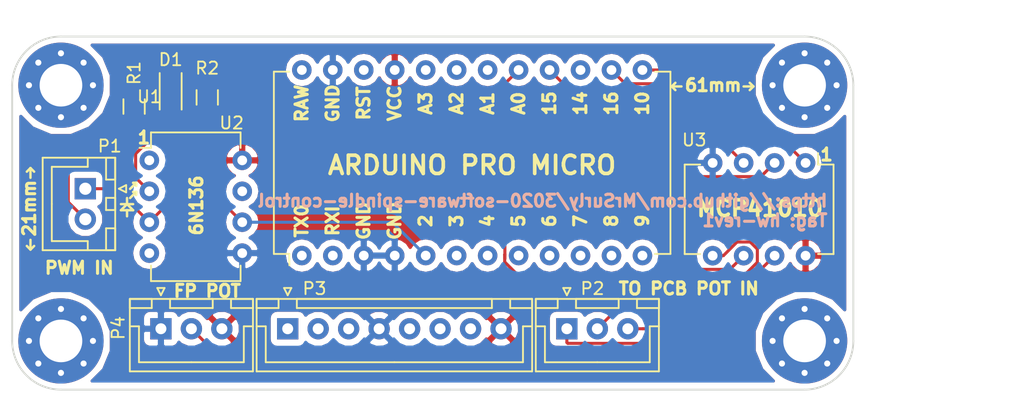
<source format=kicad_pcb>
(kicad_pcb (version 4) (host pcbnew 4.0.6+dfsg1-1)

  (general
    (links 25)
    (no_connects 0)
    (area 118.924999 88.924999 188.075001 118.075001)
    (thickness 1.6)
    (drawings 70)
    (tracks 61)
    (zones 0)
    (modules 14)
    (nets 38)
  )

  (page A4)
  (layers
    (0 F.Cu signal)
    (31 B.Cu signal)
    (32 B.Adhes user)
    (33 F.Adhes user)
    (34 B.Paste user)
    (35 F.Paste user)
    (36 B.SilkS user)
    (37 F.SilkS user)
    (38 B.Mask user)
    (39 F.Mask user)
    (40 Dwgs.User user)
    (41 Cmts.User user)
    (42 Eco1.User user)
    (43 Eco2.User user)
    (44 Edge.Cuts user)
    (45 Margin user)
    (46 B.CrtYd user)
    (47 F.CrtYd user)
    (48 B.Fab user hide)
    (49 F.Fab user hide)
  )

  (setup
    (last_trace_width 0.25)
    (trace_clearance 0.2)
    (zone_clearance 0.508)
    (zone_45_only no)
    (trace_min 0.2)
    (segment_width 0.2)
    (edge_width 0.15)
    (via_size 0.6)
    (via_drill 0.4)
    (via_min_size 0.4)
    (via_min_drill 0.3)
    (uvia_size 0.3)
    (uvia_drill 0.1)
    (uvias_allowed no)
    (uvia_min_size 0.2)
    (uvia_min_drill 0.1)
    (pcb_text_width 0.3)
    (pcb_text_size 1.5 1.5)
    (mod_edge_width 0.15)
    (mod_text_size 1 1)
    (mod_text_width 0.15)
    (pad_size 1.6 1.6)
    (pad_drill 0.8)
    (pad_to_mask_clearance 0.2)
    (aux_axis_origin 0 0)
    (visible_elements FFFFFF7F)
    (pcbplotparams
      (layerselection 0x00030_80000001)
      (usegerberextensions false)
      (excludeedgelayer true)
      (linewidth 0.100000)
      (plotframeref false)
      (viasonmask false)
      (mode 1)
      (useauxorigin false)
      (hpglpennumber 1)
      (hpglpenspeed 20)
      (hpglpendiameter 15)
      (hpglpenoverlay 2)
      (psnegative false)
      (psa4output false)
      (plotreference true)
      (plotvalue true)
      (plotinvisibletext false)
      (padsonsilk false)
      (subtractmaskfromsilk false)
      (outputformat 1)
      (mirror false)
      (drillshape 1)
      (scaleselection 1)
      (outputdirectory ""))
  )

  (net 0 "")
  (net 1 "Net-(D1-Pad1)")
  (net 2 "Net-(D1-Pad2)")
  (net 3 "Net-(P2-Pad1)")
  (net 4 "Net-(P2-Pad2)")
  (net 5 "Net-(P2-Pad3)")
  (net 6 +5V)
  (net 7 "Net-(R2-Pad2)")
  (net 8 GND)
  (net 9 /POT)
  (net 10 /MOSI)
  (net 11 /SCK)
  (net 12 /~CS)
  (net 13 /P3.2)
  (net 14 /P3.0/RX)
  (net 15 /P3.1/TX)
  (net 16 /P5.5)
  (net 17 /P5.4)
  (net 18 /P3.6)
  (net 19 "Net-(U1-Pad1)")
  (net 20 "Net-(U1-Pad4)")
  (net 21 "Net-(U1-Pad7)")
  (net 22 "Net-(U2-Pad1)")
  (net 23 "Net-(U2-Pad2)")
  (net 24 "Net-(U2-Pad6)")
  (net 25 "Net-(U2-Pad7)")
  (net 26 "Net-(U2-Pad8)")
  (net 27 "Net-(U2-Pad9)")
  (net 28 "Net-(U2-Pad10)")
  (net 29 "Net-(U2-Pad11)")
  (net 30 "Net-(U2-Pad12)")
  (net 31 /MISO)
  (net 32 "Net-(U2-Pad18)")
  (net 33 "Net-(U2-Pad19)")
  (net 34 "Net-(U2-Pad20)")
  (net 35 "Net-(U2-Pad22)")
  (net 36 "Net-(U2-Pad24)")
  (net 37 "Net-(P1-Pad2)")

  (net_class Default "This is the default net class."
    (clearance 0.2)
    (trace_width 0.25)
    (via_dia 0.6)
    (via_drill 0.4)
    (uvia_dia 0.3)
    (uvia_drill 0.1)
    (add_net /MISO)
    (add_net /MOSI)
    (add_net /P3.0/RX)
    (add_net /P3.1/TX)
    (add_net /P3.2)
    (add_net /P3.6)
    (add_net /P5.4)
    (add_net /P5.5)
    (add_net /POT)
    (add_net /SCK)
    (add_net /~CS)
    (add_net "Net-(D1-Pad1)")
    (add_net "Net-(D1-Pad2)")
    (add_net "Net-(P1-Pad2)")
    (add_net "Net-(P2-Pad1)")
    (add_net "Net-(P2-Pad2)")
    (add_net "Net-(P2-Pad3)")
    (add_net "Net-(R2-Pad2)")
    (add_net "Net-(U1-Pad1)")
    (add_net "Net-(U1-Pad4)")
    (add_net "Net-(U1-Pad7)")
    (add_net "Net-(U2-Pad1)")
    (add_net "Net-(U2-Pad10)")
    (add_net "Net-(U2-Pad11)")
    (add_net "Net-(U2-Pad12)")
    (add_net "Net-(U2-Pad18)")
    (add_net "Net-(U2-Pad19)")
    (add_net "Net-(U2-Pad2)")
    (add_net "Net-(U2-Pad20)")
    (add_net "Net-(U2-Pad22)")
    (add_net "Net-(U2-Pad24)")
    (add_net "Net-(U2-Pad6)")
    (add_net "Net-(U2-Pad7)")
    (add_net "Net-(U2-Pad8)")
    (add_net "Net-(U2-Pad9)")
  )

  (net_class pwr ""
    (clearance 0.2)
    (trace_width 0.4)
    (via_dia 0.6)
    (via_drill 0.4)
    (uvia_dia 0.3)
    (uvia_drill 0.1)
    (add_net +5V)
    (add_net GND)
  )

  (module Mounting_Holes:MountingHole_3.5mm_Pad_Via (layer F.Cu) (tedit 5A72A1E0) (tstamp 5A72A2A9)
    (at 123 114)
    (descr "Mounting Hole 3.5mm")
    (tags "mounting hole 3.5mm")
    (fp_text reference REF** (at 0 -4.5) (layer F.SilkS) hide
      (effects (font (size 1 1) (thickness 0.15)))
    )
    (fp_text value MountingHole_3.5mm_Pad_Via (at 0 4.5) (layer F.Fab) hide
      (effects (font (size 1 1) (thickness 0.15)))
    )
    (fp_circle (center 0 0) (end 3.5 0) (layer Cmts.User) (width 0.15))
    (fp_circle (center 0 0) (end 3.75 0) (layer F.CrtYd) (width 0.05))
    (pad 1 thru_hole circle (at 0 0) (size 7 7) (drill 3.5) (layers *.Cu *.Mask))
    (pad "" thru_hole circle (at 2.625 0) (size 0.6 0.6) (drill 0.5) (layers *.Cu *.Mask))
    (pad "" thru_hole circle (at 1.856155 1.856155) (size 0.6 0.6) (drill 0.5) (layers *.Cu *.Mask))
    (pad "" thru_hole circle (at 0 2.625) (size 0.6 0.6) (drill 0.5) (layers *.Cu *.Mask))
    (pad "" thru_hole circle (at -1.856155 1.856155) (size 0.6 0.6) (drill 0.5) (layers *.Cu *.Mask))
    (pad "" thru_hole circle (at -2.625 0) (size 0.6 0.6) (drill 0.5) (layers *.Cu *.Mask))
    (pad "" thru_hole circle (at -1.856155 -1.856155) (size 0.6 0.6) (drill 0.5) (layers *.Cu *.Mask))
    (pad "" thru_hole circle (at 0 -2.625) (size 0.6 0.6) (drill 0.5) (layers *.Cu *.Mask))
    (pad "" thru_hole circle (at 1.856155 -1.856155) (size 0.6 0.6) (drill 0.5) (layers *.Cu *.Mask))
  )

  (module Mounting_Holes:MountingHole_3.5mm_Pad_Via (layer F.Cu) (tedit 5A72A1E7) (tstamp 5A72A29D)
    (at 184 114)
    (descr "Mounting Hole 3.5mm")
    (tags "mounting hole 3.5mm")
    (fp_text reference REF** (at 0 -4.5) (layer F.SilkS) hide
      (effects (font (size 1 1) (thickness 0.15)))
    )
    (fp_text value MountingHole_3.5mm_Pad_Via (at 0 4.5) (layer F.Fab) hide
      (effects (font (size 1 1) (thickness 0.15)))
    )
    (fp_circle (center 0 0) (end 3.5 0) (layer Cmts.User) (width 0.15))
    (fp_circle (center 0 0) (end 3.75 0) (layer F.CrtYd) (width 0.05))
    (pad 1 thru_hole circle (at 0 0) (size 7 7) (drill 3.5) (layers *.Cu *.Mask))
    (pad "" thru_hole circle (at 2.625 0) (size 0.6 0.6) (drill 0.5) (layers *.Cu *.Mask))
    (pad "" thru_hole circle (at 1.856155 1.856155) (size 0.6 0.6) (drill 0.5) (layers *.Cu *.Mask))
    (pad "" thru_hole circle (at 0 2.625) (size 0.6 0.6) (drill 0.5) (layers *.Cu *.Mask))
    (pad "" thru_hole circle (at -1.856155 1.856155) (size 0.6 0.6) (drill 0.5) (layers *.Cu *.Mask))
    (pad "" thru_hole circle (at -2.625 0) (size 0.6 0.6) (drill 0.5) (layers *.Cu *.Mask))
    (pad "" thru_hole circle (at -1.856155 -1.856155) (size 0.6 0.6) (drill 0.5) (layers *.Cu *.Mask))
    (pad "" thru_hole circle (at 0 -2.625) (size 0.6 0.6) (drill 0.5) (layers *.Cu *.Mask))
    (pad "" thru_hole circle (at 1.856155 -1.856155) (size 0.6 0.6) (drill 0.5) (layers *.Cu *.Mask))
  )

  (module Mounting_Holes:MountingHole_3.5mm_Pad_Via (layer F.Cu) (tedit 5A72A1EE) (tstamp 5A72A291)
    (at 184 93)
    (descr "Mounting Hole 3.5mm")
    (tags "mounting hole 3.5mm")
    (fp_text reference REF** (at 0 -4.5) (layer F.SilkS) hide
      (effects (font (size 1 1) (thickness 0.15)))
    )
    (fp_text value MountingHole_3.5mm_Pad_Via (at 0 4.5) (layer F.Fab) hide
      (effects (font (size 1 1) (thickness 0.15)))
    )
    (fp_circle (center 0 0) (end 3.5 0) (layer Cmts.User) (width 0.15))
    (fp_circle (center 0 0) (end 3.75 0) (layer F.CrtYd) (width 0.05))
    (pad 1 thru_hole circle (at 0 0) (size 7 7) (drill 3.5) (layers *.Cu *.Mask))
    (pad "" thru_hole circle (at 2.625 0) (size 0.6 0.6) (drill 0.5) (layers *.Cu *.Mask))
    (pad "" thru_hole circle (at 1.856155 1.856155) (size 0.6 0.6) (drill 0.5) (layers *.Cu *.Mask))
    (pad "" thru_hole circle (at 0 2.625) (size 0.6 0.6) (drill 0.5) (layers *.Cu *.Mask))
    (pad "" thru_hole circle (at -1.856155 1.856155) (size 0.6 0.6) (drill 0.5) (layers *.Cu *.Mask))
    (pad "" thru_hole circle (at -2.625 0) (size 0.6 0.6) (drill 0.5) (layers *.Cu *.Mask))
    (pad "" thru_hole circle (at -1.856155 -1.856155) (size 0.6 0.6) (drill 0.5) (layers *.Cu *.Mask))
    (pad "" thru_hole circle (at 0 -2.625) (size 0.6 0.6) (drill 0.5) (layers *.Cu *.Mask))
    (pad "" thru_hole circle (at 1.856155 -1.856155) (size 0.6 0.6) (drill 0.5) (layers *.Cu *.Mask))
  )

  (module Diodes_SMD:SOD-123 (layer F.Cu) (tedit 5753A53E) (tstamp 5A729E70)
    (at 132 94 270)
    (descr SOD-123)
    (tags SOD-123)
    (path /5A7297C1)
    (attr smd)
    (fp_text reference D1 (at -3.1 0 360) (layer F.SilkS)
      (effects (font (size 1 1) (thickness 0.15)))
    )
    (fp_text value 1N4148 (at 0 2.1 270) (layer F.Fab)
      (effects (font (size 1 1) (thickness 0.15)))
    )
    (fp_line (start 0.25 0) (end 0.75 0) (layer F.Fab) (width 0.15))
    (fp_line (start 0.25 0.4) (end -0.35 0) (layer F.Fab) (width 0.15))
    (fp_line (start 0.25 -0.4) (end 0.25 0.4) (layer F.Fab) (width 0.15))
    (fp_line (start -0.35 0) (end 0.25 -0.4) (layer F.Fab) (width 0.15))
    (fp_line (start -0.35 0) (end -0.35 0.55) (layer F.Fab) (width 0.15))
    (fp_line (start -0.35 0) (end -0.35 -0.55) (layer F.Fab) (width 0.15))
    (fp_line (start -0.75 0) (end -0.35 0) (layer F.Fab) (width 0.15))
    (fp_line (start -1.35 0.8) (end -1.35 -0.8) (layer F.Fab) (width 0.15))
    (fp_line (start 1.35 0.8) (end -1.35 0.8) (layer F.Fab) (width 0.15))
    (fp_line (start 1.35 -0.8) (end 1.35 0.8) (layer F.Fab) (width 0.15))
    (fp_line (start -1.35 -0.8) (end 1.35 -0.8) (layer F.Fab) (width 0.15))
    (fp_line (start -2.25 -1.05) (end 2.25 -1.05) (layer F.CrtYd) (width 0.05))
    (fp_line (start 2.25 -1.05) (end 2.25 1.05) (layer F.CrtYd) (width 0.05))
    (fp_line (start 2.25 1.05) (end -2.25 1.05) (layer F.CrtYd) (width 0.05))
    (fp_line (start -2.25 -1.05) (end -2.25 1.05) (layer F.CrtYd) (width 0.05))
    (fp_line (start -2 0.9) (end 1 0.9) (layer F.SilkS) (width 0.15))
    (fp_line (start -2 -0.9) (end 1 -0.9) (layer F.SilkS) (width 0.15))
    (pad 1 smd rect (at -1.635 0 270) (size 0.91 1.22) (layers F.Cu F.Paste F.Mask)
      (net 1 "Net-(D1-Pad1)"))
    (pad 2 smd rect (at 1.635 0 270) (size 0.91 1.22) (layers F.Cu F.Paste F.Mask)
      (net 2 "Net-(D1-Pad2)"))
    (model ${KISYS3DMOD}/Diodes_SMD.3dshapes/SOD-123.wrl
      (at (xyz 0 0 0))
      (scale (xyz 1 1 1))
      (rotate (xyz 0 0 0))
    )
  )

  (module Connectors_JST:JST_XH_B02B-XH-A_02x2.50mm_Straight (layer F.Cu) (tedit 56F0715A) (tstamp 5A729E76)
    (at 125 101.5 270)
    (descr "JST XH series connector, B02B-XH-A, top entry type, through hole")
    (tags "connector jst xh tht top vertical 2.50mm")
    (path /5A7296EA)
    (fp_text reference P1 (at -3.5 -2 360) (layer F.SilkS)
      (effects (font (size 1 1) (thickness 0.15)))
    )
    (fp_text value CONN_01X02 (at 1.25 4.5 270) (layer F.Fab)
      (effects (font (size 1 1) (thickness 0.15)))
    )
    (fp_line (start -2.95 -2.85) (end -2.95 3.9) (layer F.CrtYd) (width 0.05))
    (fp_line (start -2.95 3.9) (end 5.45 3.9) (layer F.CrtYd) (width 0.05))
    (fp_line (start 5.45 3.9) (end 5.45 -2.85) (layer F.CrtYd) (width 0.05))
    (fp_line (start 5.45 -2.85) (end -2.95 -2.85) (layer F.CrtYd) (width 0.05))
    (fp_line (start -2.55 -2.45) (end -2.55 3.5) (layer F.SilkS) (width 0.15))
    (fp_line (start -2.55 3.5) (end 5.05 3.5) (layer F.SilkS) (width 0.15))
    (fp_line (start 5.05 3.5) (end 5.05 -2.45) (layer F.SilkS) (width 0.15))
    (fp_line (start 5.05 -2.45) (end -2.55 -2.45) (layer F.SilkS) (width 0.15))
    (fp_line (start 0.75 -2.45) (end 0.75 -1.7) (layer F.SilkS) (width 0.15))
    (fp_line (start 0.75 -1.7) (end 1.75 -1.7) (layer F.SilkS) (width 0.15))
    (fp_line (start 1.75 -1.7) (end 1.75 -2.45) (layer F.SilkS) (width 0.15))
    (fp_line (start 1.75 -2.45) (end 0.75 -2.45) (layer F.SilkS) (width 0.15))
    (fp_line (start -2.55 -2.45) (end -2.55 -1.7) (layer F.SilkS) (width 0.15))
    (fp_line (start -2.55 -1.7) (end -0.75 -1.7) (layer F.SilkS) (width 0.15))
    (fp_line (start -0.75 -1.7) (end -0.75 -2.45) (layer F.SilkS) (width 0.15))
    (fp_line (start -0.75 -2.45) (end -2.55 -2.45) (layer F.SilkS) (width 0.15))
    (fp_line (start 3.25 -2.45) (end 3.25 -1.7) (layer F.SilkS) (width 0.15))
    (fp_line (start 3.25 -1.7) (end 5.05 -1.7) (layer F.SilkS) (width 0.15))
    (fp_line (start 5.05 -1.7) (end 5.05 -2.45) (layer F.SilkS) (width 0.15))
    (fp_line (start 5.05 -2.45) (end 3.25 -2.45) (layer F.SilkS) (width 0.15))
    (fp_line (start -2.55 -0.2) (end -1.8 -0.2) (layer F.SilkS) (width 0.15))
    (fp_line (start -1.8 -0.2) (end -1.8 2.75) (layer F.SilkS) (width 0.15))
    (fp_line (start -1.8 2.75) (end 1.25 2.75) (layer F.SilkS) (width 0.15))
    (fp_line (start 5.05 -0.2) (end 4.3 -0.2) (layer F.SilkS) (width 0.15))
    (fp_line (start 4.3 -0.2) (end 4.3 2.75) (layer F.SilkS) (width 0.15))
    (fp_line (start 4.3 2.75) (end 1.25 2.75) (layer F.SilkS) (width 0.15))
    (fp_line (start 0 -2.75) (end -0.3 -3.35) (layer F.SilkS) (width 0.15))
    (fp_line (start -0.3 -3.35) (end 0.3 -3.35) (layer F.SilkS) (width 0.15))
    (fp_line (start 0.3 -3.35) (end 0 -2.75) (layer F.SilkS) (width 0.15))
    (pad 1 thru_hole rect (at 0 0 270) (size 1.75 1.75) (drill 1) (layers *.Cu *.Mask)
      (net 2 "Net-(D1-Pad2)"))
    (pad 2 thru_hole circle (at 2.5 0 270) (size 1.75 1.75) (drill 1) (layers *.Cu *.Mask)
      (net 37 "Net-(P1-Pad2)"))
    (model Connectors_JST.3dshapes/JST_XH_B02B-XH-A_02x2.50mm_Straight.wrl
      (at (xyz 0 0 0))
      (scale (xyz 1 1 1))
      (rotate (xyz 0 0 0))
    )
  )

  (module Resistors_SMD:R_0805 (layer F.Cu) (tedit 58307B54) (tstamp 5A729E83)
    (at 129 94.75 270)
    (descr "Resistor SMD 0805, reflow soldering, Vishay (see dcrcw.pdf)")
    (tags "resistor 0805")
    (path /5A729656)
    (attr smd)
    (fp_text reference R1 (at -2.75 0 270) (layer F.SilkS)
      (effects (font (size 1 1) (thickness 0.15)))
    )
    (fp_text value 330 (at 0 2.1 270) (layer F.Fab)
      (effects (font (size 1 1) (thickness 0.15)))
    )
    (fp_line (start -1 0.625) (end -1 -0.625) (layer F.Fab) (width 0.1))
    (fp_line (start 1 0.625) (end -1 0.625) (layer F.Fab) (width 0.1))
    (fp_line (start 1 -0.625) (end 1 0.625) (layer F.Fab) (width 0.1))
    (fp_line (start -1 -0.625) (end 1 -0.625) (layer F.Fab) (width 0.1))
    (fp_line (start -1.6 -1) (end 1.6 -1) (layer F.CrtYd) (width 0.05))
    (fp_line (start -1.6 1) (end 1.6 1) (layer F.CrtYd) (width 0.05))
    (fp_line (start -1.6 -1) (end -1.6 1) (layer F.CrtYd) (width 0.05))
    (fp_line (start 1.6 -1) (end 1.6 1) (layer F.CrtYd) (width 0.05))
    (fp_line (start 0.6 0.875) (end -0.6 0.875) (layer F.SilkS) (width 0.15))
    (fp_line (start -0.6 -0.875) (end 0.6 -0.875) (layer F.SilkS) (width 0.15))
    (pad 1 smd rect (at -0.95 0 270) (size 0.7 1.3) (layers F.Cu F.Paste F.Mask)
      (net 1 "Net-(D1-Pad1)"))
    (pad 2 smd rect (at 0.95 0 270) (size 0.7 1.3) (layers F.Cu F.Paste F.Mask)
      (net 37 "Net-(P1-Pad2)"))
    (model Resistors_SMD.3dshapes/R_0805.wrl
      (at (xyz 0 0 0))
      (scale (xyz 1 1 1))
      (rotate (xyz 0 0 0))
    )
  )

  (module Resistors_SMD:R_0805 (layer F.Cu) (tedit 58307B54) (tstamp 5A729E89)
    (at 135 94 270)
    (descr "Resistor SMD 0805, reflow soldering, Vishay (see dcrcw.pdf)")
    (tags "resistor 0805")
    (path /5A729375)
    (attr smd)
    (fp_text reference R2 (at -2.4 0 360) (layer F.SilkS)
      (effects (font (size 1 1) (thickness 0.15)))
    )
    (fp_text value 2K2 (at 0 2.1 270) (layer F.Fab)
      (effects (font (size 1 1) (thickness 0.15)))
    )
    (fp_line (start -1 0.625) (end -1 -0.625) (layer F.Fab) (width 0.1))
    (fp_line (start 1 0.625) (end -1 0.625) (layer F.Fab) (width 0.1))
    (fp_line (start 1 -0.625) (end 1 0.625) (layer F.Fab) (width 0.1))
    (fp_line (start -1 -0.625) (end 1 -0.625) (layer F.Fab) (width 0.1))
    (fp_line (start -1.6 -1) (end 1.6 -1) (layer F.CrtYd) (width 0.05))
    (fp_line (start -1.6 1) (end 1.6 1) (layer F.CrtYd) (width 0.05))
    (fp_line (start -1.6 -1) (end -1.6 1) (layer F.CrtYd) (width 0.05))
    (fp_line (start 1.6 -1) (end 1.6 1) (layer F.CrtYd) (width 0.05))
    (fp_line (start 0.6 0.875) (end -0.6 0.875) (layer F.SilkS) (width 0.15))
    (fp_line (start -0.6 -0.875) (end 0.6 -0.875) (layer F.SilkS) (width 0.15))
    (pad 1 smd rect (at -0.95 0 270) (size 0.7 1.3) (layers F.Cu F.Paste F.Mask)
      (net 6 +5V))
    (pad 2 smd rect (at 0.95 0 270) (size 0.7 1.3) (layers F.Cu F.Paste F.Mask)
      (net 7 "Net-(R2-Pad2)"))
    (model Resistors_SMD.3dshapes/R_0805.wrl
      (at (xyz 0 0 0))
      (scale (xyz 1 1 1))
      (rotate (xyz 0 0 0))
    )
  )

  (module Housings_DIP:DIP-8_W7.62mm (layer F.Cu) (tedit 54130A77) (tstamp 5A729E95)
    (at 130.25 99.17)
    (descr "8-lead dip package, row spacing 7.62 mm (300 mils)")
    (tags "dil dip 2.54 300")
    (path /5A728958)
    (fp_text reference U1 (at 0 -5.22) (layer F.SilkS)
      (effects (font (size 1 1) (thickness 0.15)))
    )
    (fp_text value 6N136 (at 0 -3.72) (layer F.Fab)
      (effects (font (size 1 1) (thickness 0.15)))
    )
    (fp_line (start -1.05 -2.45) (end -1.05 10.1) (layer F.CrtYd) (width 0.05))
    (fp_line (start 8.65 -2.45) (end 8.65 10.1) (layer F.CrtYd) (width 0.05))
    (fp_line (start -1.05 -2.45) (end 8.65 -2.45) (layer F.CrtYd) (width 0.05))
    (fp_line (start -1.05 10.1) (end 8.65 10.1) (layer F.CrtYd) (width 0.05))
    (fp_line (start 0.135 -2.295) (end 0.135 -1.025) (layer F.SilkS) (width 0.15))
    (fp_line (start 7.485 -2.295) (end 7.485 -1.025) (layer F.SilkS) (width 0.15))
    (fp_line (start 7.485 9.915) (end 7.485 8.645) (layer F.SilkS) (width 0.15))
    (fp_line (start 0.135 9.915) (end 0.135 8.645) (layer F.SilkS) (width 0.15))
    (fp_line (start 0.135 -2.295) (end 7.485 -2.295) (layer F.SilkS) (width 0.15))
    (fp_line (start 0.135 9.915) (end 7.485 9.915) (layer F.SilkS) (width 0.15))
    (fp_line (start 0.135 -1.025) (end -0.8 -1.025) (layer F.SilkS) (width 0.15))
    (pad 1 thru_hole oval (at 0 0) (size 1.6 1.6) (drill 0.8) (layers *.Cu *.Mask)
      (net 19 "Net-(U1-Pad1)"))
    (pad 2 thru_hole oval (at 0 2.54) (size 1.6 1.6) (drill 0.8) (layers *.Cu *.Mask)
      (net 1 "Net-(D1-Pad1)"))
    (pad 3 thru_hole oval (at 0 5.08) (size 1.6 1.6) (drill 0.8) (layers *.Cu *.Mask)
      (net 2 "Net-(D1-Pad2)"))
    (pad 4 thru_hole oval (at 0 7.62) (size 1.6 1.6) (drill 0.8) (layers *.Cu *.Mask)
      (net 20 "Net-(U1-Pad4)"))
    (pad 5 thru_hole oval (at 7.62 7.62) (size 1.6 1.6) (drill 0.8) (layers *.Cu *.Mask)
      (net 8 GND))
    (pad 6 thru_hole oval (at 7.62 5.08) (size 1.6 1.6) (drill 0.8) (layers *.Cu *.Mask)
      (net 7 "Net-(R2-Pad2)"))
    (pad 7 thru_hole oval (at 7.62 2.54) (size 1.6 1.6) (drill 0.8) (layers *.Cu *.Mask)
      (net 21 "Net-(U1-Pad7)"))
    (pad 8 thru_hole oval (at 7.62 0) (size 1.6 1.6) (drill 0.8) (layers *.Cu *.Mask)
      (net 6 +5V))
    (model Housings_DIP.3dshapes/DIP-8_W7.62mm.wrl
      (at (xyz 0 0 0))
      (scale (xyz 1 1 1))
      (rotate (xyz 0 0 0))
    )
  )

  (module Housings_DIP:DIP-8_W7.62mm (layer F.Cu) (tedit 54130A77) (tstamp 5A729EA1)
    (at 184.08 99.38 270)
    (descr "8-lead dip package, row spacing 7.62 mm (300 mils)")
    (tags "dil dip 2.54 300")
    (path /5A728773)
    (fp_text reference U3 (at -1.88 9.13 360) (layer F.SilkS)
      (effects (font (size 1 1) (thickness 0.15)))
    )
    (fp_text value MCP41010 (at 0 -3.72 270) (layer F.Fab)
      (effects (font (size 1 1) (thickness 0.15)))
    )
    (fp_line (start -1.05 -2.45) (end -1.05 10.1) (layer F.CrtYd) (width 0.05))
    (fp_line (start 8.65 -2.45) (end 8.65 10.1) (layer F.CrtYd) (width 0.05))
    (fp_line (start -1.05 -2.45) (end 8.65 -2.45) (layer F.CrtYd) (width 0.05))
    (fp_line (start -1.05 10.1) (end 8.65 10.1) (layer F.CrtYd) (width 0.05))
    (fp_line (start 0.135 -2.295) (end 0.135 -1.025) (layer F.SilkS) (width 0.15))
    (fp_line (start 7.485 -2.295) (end 7.485 -1.025) (layer F.SilkS) (width 0.15))
    (fp_line (start 7.485 9.915) (end 7.485 8.645) (layer F.SilkS) (width 0.15))
    (fp_line (start 0.135 9.915) (end 0.135 8.645) (layer F.SilkS) (width 0.15))
    (fp_line (start 0.135 -2.295) (end 7.485 -2.295) (layer F.SilkS) (width 0.15))
    (fp_line (start 0.135 9.915) (end 7.485 9.915) (layer F.SilkS) (width 0.15))
    (fp_line (start 0.135 -1.025) (end -0.8 -1.025) (layer F.SilkS) (width 0.15))
    (pad 1 thru_hole oval (at 0 0 270) (size 1.6 1.6) (drill 0.8) (layers *.Cu *.Mask)
      (net 12 /~CS))
    (pad 2 thru_hole oval (at 0 2.54 270) (size 1.6 1.6) (drill 0.8) (layers *.Cu *.Mask)
      (net 11 /SCK))
    (pad 3 thru_hole oval (at 0 5.08 270) (size 1.6 1.6) (drill 0.8) (layers *.Cu *.Mask)
      (net 10 /MOSI))
    (pad 4 thru_hole oval (at 0 7.62 270) (size 1.6 1.6) (drill 0.8) (layers *.Cu *.Mask)
      (net 8 GND))
    (pad 5 thru_hole oval (at 7.62 7.62 270) (size 1.6 1.6) (drill 0.8) (layers *.Cu *.Mask)
      (net 5 "Net-(P2-Pad3)"))
    (pad 6 thru_hole oval (at 7.62 5.08 270) (size 1.6 1.6) (drill 0.8) (layers *.Cu *.Mask)
      (net 4 "Net-(P2-Pad2)"))
    (pad 7 thru_hole oval (at 7.62 2.54 270) (size 1.6 1.6) (drill 0.8) (layers *.Cu *.Mask)
      (net 3 "Net-(P2-Pad1)"))
    (pad 8 thru_hole oval (at 7.62 0 270) (size 1.6 1.6) (drill 0.8) (layers *.Cu *.Mask)
      (net 6 +5V))
    (model Housings_DIP.3dshapes/DIP-8_W7.62mm.wrl
      (at (xyz 0 0 0))
      (scale (xyz 1 1 1))
      (rotate (xyz 0 0 0))
    )
  )

  (module Connectors_JST:JST_XH_B08B-XH-A_08x2.50mm_Straight (layer F.Cu) (tedit 56F0715A) (tstamp 5A72A097)
    (at 141.6 113)
    (descr "JST XH series connector, B08B-XH-A, top entry type, through hole")
    (tags "connector jst xh tht top vertical 2.50mm")
    (path /5A72A550)
    (fp_text reference P3 (at 2.2 -3.3 180) (layer F.SilkS)
      (effects (font (size 1 1) (thickness 0.15)))
    )
    (fp_text value CONN_01X08 (at 8.75 4.5) (layer F.Fab)
      (effects (font (size 1 1) (thickness 0.15)))
    )
    (fp_line (start -2.95 -2.85) (end -2.95 3.9) (layer F.CrtYd) (width 0.05))
    (fp_line (start -2.95 3.9) (end 20.4 3.9) (layer F.CrtYd) (width 0.05))
    (fp_line (start 20.4 3.9) (end 20.4 -2.85) (layer F.CrtYd) (width 0.05))
    (fp_line (start 20.4 -2.85) (end -2.95 -2.85) (layer F.CrtYd) (width 0.05))
    (fp_line (start -2.55 -2.45) (end -2.55 3.5) (layer F.SilkS) (width 0.15))
    (fp_line (start -2.55 3.5) (end 20.05 3.5) (layer F.SilkS) (width 0.15))
    (fp_line (start 20.05 3.5) (end 20.05 -2.45) (layer F.SilkS) (width 0.15))
    (fp_line (start 20.05 -2.45) (end -2.55 -2.45) (layer F.SilkS) (width 0.15))
    (fp_line (start 0.75 -2.45) (end 0.75 -1.7) (layer F.SilkS) (width 0.15))
    (fp_line (start 0.75 -1.7) (end 16.75 -1.7) (layer F.SilkS) (width 0.15))
    (fp_line (start 16.75 -1.7) (end 16.75 -2.45) (layer F.SilkS) (width 0.15))
    (fp_line (start 16.75 -2.45) (end 0.75 -2.45) (layer F.SilkS) (width 0.15))
    (fp_line (start -2.55 -2.45) (end -2.55 -1.7) (layer F.SilkS) (width 0.15))
    (fp_line (start -2.55 -1.7) (end -0.75 -1.7) (layer F.SilkS) (width 0.15))
    (fp_line (start -0.75 -1.7) (end -0.75 -2.45) (layer F.SilkS) (width 0.15))
    (fp_line (start -0.75 -2.45) (end -2.55 -2.45) (layer F.SilkS) (width 0.15))
    (fp_line (start 18.25 -2.45) (end 18.25 -1.7) (layer F.SilkS) (width 0.15))
    (fp_line (start 18.25 -1.7) (end 20.05 -1.7) (layer F.SilkS) (width 0.15))
    (fp_line (start 20.05 -1.7) (end 20.05 -2.45) (layer F.SilkS) (width 0.15))
    (fp_line (start 20.05 -2.45) (end 18.25 -2.45) (layer F.SilkS) (width 0.15))
    (fp_line (start -2.55 -0.2) (end -1.8 -0.2) (layer F.SilkS) (width 0.15))
    (fp_line (start -1.8 -0.2) (end -1.8 2.75) (layer F.SilkS) (width 0.15))
    (fp_line (start -1.8 2.75) (end 8.75 2.75) (layer F.SilkS) (width 0.15))
    (fp_line (start 20.05 -0.2) (end 19.3 -0.2) (layer F.SilkS) (width 0.15))
    (fp_line (start 19.3 -0.2) (end 19.3 2.75) (layer F.SilkS) (width 0.15))
    (fp_line (start 19.3 2.75) (end 8.75 2.75) (layer F.SilkS) (width 0.15))
    (fp_line (start 0 -2.75) (end -0.3 -3.35) (layer F.SilkS) (width 0.15))
    (fp_line (start -0.3 -3.35) (end 0.3 -3.35) (layer F.SilkS) (width 0.15))
    (fp_line (start 0.3 -3.35) (end 0 -2.75) (layer F.SilkS) (width 0.15))
    (pad 1 thru_hole rect (at 0 0) (size 1.75 1.75) (drill 0.9) (layers *.Cu *.Mask)
      (net 13 /P3.2))
    (pad 2 thru_hole circle (at 2.5 0) (size 1.75 1.75) (drill 0.9) (layers *.Cu *.Mask)
      (net 14 /P3.0/RX))
    (pad 3 thru_hole circle (at 5 0) (size 1.75 1.75) (drill 0.9) (layers *.Cu *.Mask)
      (net 15 /P3.1/TX))
    (pad 4 thru_hole circle (at 7.5 0) (size 1.75 1.75) (drill 0.9) (layers *.Cu *.Mask)
      (net 8 GND))
    (pad 5 thru_hole circle (at 10 0) (size 1.75 1.75) (drill 0.9) (layers *.Cu *.Mask)
      (net 16 /P5.5))
    (pad 6 thru_hole circle (at 12.5 0) (size 1.75 1.75) (drill 0.9) (layers *.Cu *.Mask)
      (net 17 /P5.4))
    (pad 7 thru_hole circle (at 15 0) (size 1.75 1.75) (drill 0.9) (layers *.Cu *.Mask)
      (net 18 /P3.6))
    (pad 8 thru_hole circle (at 17.5 0) (size 1.75 1.75) (drill 0.9) (layers *.Cu *.Mask)
      (net 6 +5V))
    (model Connectors_JST.3dshapes/JST_XH_B08B-XH-A_08x2.50mm_Straight.wrl
      (at (xyz 0 0 0))
      (scale (xyz 1 1 1))
      (rotate (xyz 0 0 0))
    )
  )

  (module Mounting_Holes:MountingHole_3.5mm_Pad_Via (layer F.Cu) (tedit 5A72A1CE) (tstamp 5A72A28A)
    (at 123 93)
    (descr "Mounting Hole 3.5mm")
    (tags "mounting hole 3.5mm")
    (fp_text reference REF** (at 0 -4.5) (layer F.SilkS) hide
      (effects (font (size 1 1) (thickness 0.15)))
    )
    (fp_text value MountingHole_3.5mm_Pad_Via (at 0 4.5) (layer F.Fab) hide
      (effects (font (size 1 1) (thickness 0.15)))
    )
    (fp_circle (center 0 0) (end 3.5 0) (layer Cmts.User) (width 0.15))
    (fp_circle (center 0 0) (end 3.75 0) (layer F.CrtYd) (width 0.05))
    (pad 1 thru_hole circle (at 0 0) (size 7 7) (drill 3.5) (layers *.Cu *.Mask))
    (pad "" thru_hole circle (at 2.625 0) (size 0.6 0.6) (drill 0.5) (layers *.Cu *.Mask))
    (pad "" thru_hole circle (at 1.856155 1.856155) (size 0.6 0.6) (drill 0.5) (layers *.Cu *.Mask))
    (pad "" thru_hole circle (at 0 2.625) (size 0.6 0.6) (drill 0.5) (layers *.Cu *.Mask))
    (pad "" thru_hole circle (at -1.856155 1.856155) (size 0.6 0.6) (drill 0.5) (layers *.Cu *.Mask))
    (pad "" thru_hole circle (at -2.625 0) (size 0.6 0.6) (drill 0.5) (layers *.Cu *.Mask))
    (pad "" thru_hole circle (at -1.856155 -1.856155) (size 0.6 0.6) (drill 0.5) (layers *.Cu *.Mask))
    (pad "" thru_hole circle (at 0 -2.625) (size 0.6 0.6) (drill 0.5) (layers *.Cu *.Mask))
    (pad "" thru_hole circle (at 1.856155 -1.856155) (size 0.6 0.6) (drill 0.5) (layers *.Cu *.Mask))
  )

  (module Connectors_JST:JST_XH_B03B-XH-A_03x2.50mm_Straight (layer F.Cu) (tedit 56F0715A) (tstamp 5A72A314)
    (at 131.2 113)
    (descr "JST XH series connector, B03B-XH-A, top entry type, through hole")
    (tags "connector jst xh tht top vertical 2.50mm")
    (path /5A72ABB3)
    (fp_text reference P4 (at -3.5 -0.06 90) (layer F.SilkS)
      (effects (font (size 1 1) (thickness 0.15)))
    )
    (fp_text value CONN_01X03 (at 2.5 4.5) (layer F.Fab)
      (effects (font (size 1 1) (thickness 0.15)))
    )
    (fp_line (start -2.95 -2.85) (end -2.95 3.9) (layer F.CrtYd) (width 0.05))
    (fp_line (start -2.95 3.9) (end 7.95 3.9) (layer F.CrtYd) (width 0.05))
    (fp_line (start 7.95 3.9) (end 7.95 -2.85) (layer F.CrtYd) (width 0.05))
    (fp_line (start 7.95 -2.85) (end -2.95 -2.85) (layer F.CrtYd) (width 0.05))
    (fp_line (start -2.55 -2.45) (end -2.55 3.5) (layer F.SilkS) (width 0.15))
    (fp_line (start -2.55 3.5) (end 7.55 3.5) (layer F.SilkS) (width 0.15))
    (fp_line (start 7.55 3.5) (end 7.55 -2.45) (layer F.SilkS) (width 0.15))
    (fp_line (start 7.55 -2.45) (end -2.55 -2.45) (layer F.SilkS) (width 0.15))
    (fp_line (start 0.75 -2.45) (end 0.75 -1.7) (layer F.SilkS) (width 0.15))
    (fp_line (start 0.75 -1.7) (end 4.25 -1.7) (layer F.SilkS) (width 0.15))
    (fp_line (start 4.25 -1.7) (end 4.25 -2.45) (layer F.SilkS) (width 0.15))
    (fp_line (start 4.25 -2.45) (end 0.75 -2.45) (layer F.SilkS) (width 0.15))
    (fp_line (start -2.55 -2.45) (end -2.55 -1.7) (layer F.SilkS) (width 0.15))
    (fp_line (start -2.55 -1.7) (end -0.75 -1.7) (layer F.SilkS) (width 0.15))
    (fp_line (start -0.75 -1.7) (end -0.75 -2.45) (layer F.SilkS) (width 0.15))
    (fp_line (start -0.75 -2.45) (end -2.55 -2.45) (layer F.SilkS) (width 0.15))
    (fp_line (start 5.75 -2.45) (end 5.75 -1.7) (layer F.SilkS) (width 0.15))
    (fp_line (start 5.75 -1.7) (end 7.55 -1.7) (layer F.SilkS) (width 0.15))
    (fp_line (start 7.55 -1.7) (end 7.55 -2.45) (layer F.SilkS) (width 0.15))
    (fp_line (start 7.55 -2.45) (end 5.75 -2.45) (layer F.SilkS) (width 0.15))
    (fp_line (start -2.55 -0.2) (end -1.8 -0.2) (layer F.SilkS) (width 0.15))
    (fp_line (start -1.8 -0.2) (end -1.8 2.75) (layer F.SilkS) (width 0.15))
    (fp_line (start -1.8 2.75) (end 2.5 2.75) (layer F.SilkS) (width 0.15))
    (fp_line (start 7.55 -0.2) (end 6.8 -0.2) (layer F.SilkS) (width 0.15))
    (fp_line (start 6.8 -0.2) (end 6.8 2.75) (layer F.SilkS) (width 0.15))
    (fp_line (start 6.8 2.75) (end 2.5 2.75) (layer F.SilkS) (width 0.15))
    (fp_line (start 0 -2.75) (end -0.3 -3.35) (layer F.SilkS) (width 0.15))
    (fp_line (start -0.3 -3.35) (end 0.3 -3.35) (layer F.SilkS) (width 0.15))
    (fp_line (start 0.3 -3.35) (end 0 -2.75) (layer F.SilkS) (width 0.15))
    (pad 1 thru_hole rect (at 0 0) (size 1.75 1.75) (drill 0.9) (layers *.Cu *.Mask)
      (net 8 GND))
    (pad 2 thru_hole circle (at 2.5 0) (size 1.75 1.75) (drill 0.9) (layers *.Cu *.Mask)
      (net 9 /POT))
    (pad 3 thru_hole circle (at 5 0) (size 1.75 1.75) (drill 0.9) (layers *.Cu *.Mask)
      (net 6 +5V))
    (model Connectors_JST.3dshapes/JST_XH_B03B-XH-A_03x2.50mm_Straight.wrl
      (at (xyz 0 0 0))
      (scale (xyz 1 1 1))
      (rotate (xyz 0 0 0))
    )
  )

  (module Housings_DIP:DIP-24_W15.24mm (layer F.Cu) (tedit 5A7E5B4C) (tstamp 5A7CE4F5)
    (at 142.76 106.99 90)
    (descr "24-lead dip package, row spacing 15.24 mm (600 mils)")
    (tags "dil dip 2.54 600")
    (path /5A7285FC)
    (fp_text reference U2 (at 10.89 -5.76 360) (layer F.SilkS)
      (effects (font (size 1 1) (thickness 0.15)))
    )
    (fp_text value arduino_pro_micro (at 0 -3.72 90) (layer F.Fab)
      (effects (font (size 1 1) (thickness 0.15)))
    )
    (fp_line (start -1.05 -2.45) (end -1.05 30.4) (layer F.CrtYd) (width 0.05))
    (fp_line (start 16.3 -2.45) (end 16.3 30.4) (layer F.CrtYd) (width 0.05))
    (fp_line (start -1.05 -2.45) (end 16.3 -2.45) (layer F.CrtYd) (width 0.05))
    (fp_line (start -1.05 30.4) (end 16.3 30.4) (layer F.CrtYd) (width 0.05))
    (fp_line (start 0.135 -2.295) (end 0.135 -1.025) (layer F.SilkS) (width 0.15))
    (fp_line (start 15.105 -2.295) (end 15.105 -1.025) (layer F.SilkS) (width 0.15))
    (fp_line (start 15.105 30.235) (end 15.105 28.965) (layer F.SilkS) (width 0.15))
    (fp_line (start 0.135 30.235) (end 0.135 28.965) (layer F.SilkS) (width 0.15))
    (fp_line (start 0.135 -2.295) (end 15.105 -2.295) (layer F.SilkS) (width 0.15))
    (fp_line (start 0.135 30.235) (end 15.105 30.235) (layer F.SilkS) (width 0.15))
    (fp_line (start 0.135 -1.025) (end -0.8 -1.025) (layer F.SilkS) (width 0.15))
    (pad 1 thru_hole oval (at 0 0 90) (size 1.6 1.6) (drill 0.8) (layers *.Cu *.Mask)
      (net 22 "Net-(U2-Pad1)"))
    (pad 2 thru_hole oval (at 0 2.54 90) (size 1.6 1.6) (drill 0.8) (layers *.Cu *.Mask)
      (net 23 "Net-(U2-Pad2)"))
    (pad 3 thru_hole oval (at 0 5.08 90) (size 1.6 1.6) (drill 0.8) (layers *.Cu *.Mask)
      (net 8 GND))
    (pad 4 thru_hole oval (at 0 7.62 90) (size 1.6 1.6) (drill 0.8) (layers *.Cu *.Mask)
      (net 8 GND))
    (pad 5 thru_hole oval (at 0 10.16 90) (size 1.6 1.6) (drill 0.8) (layers *.Cu *.Mask)
      (net 7 "Net-(R2-Pad2)"))
    (pad 6 thru_hole oval (at 0 12.7 90) (size 1.6 1.6) (drill 0.8) (layers *.Cu *.Mask)
      (net 24 "Net-(U2-Pad6)"))
    (pad 7 thru_hole oval (at 0 15.24 90) (size 1.6 1.6) (drill 0.8) (layers *.Cu *.Mask)
      (net 25 "Net-(U2-Pad7)"))
    (pad 8 thru_hole oval (at 0 17.78 90) (size 1.6 1.6) (drill 0.8) (layers *.Cu *.Mask)
      (net 26 "Net-(U2-Pad8)"))
    (pad 9 thru_hole oval (at 0 20.32 90) (size 1.6 1.6) (drill 0.8) (layers *.Cu *.Mask)
      (net 27 "Net-(U2-Pad9)"))
    (pad 10 thru_hole oval (at 0 22.86 90) (size 1.6 1.6) (drill 0.8) (layers *.Cu *.Mask)
      (net 28 "Net-(U2-Pad10)"))
    (pad 11 thru_hole oval (at 0 25.4 90) (size 1.6 1.6) (drill 0.8) (layers *.Cu *.Mask)
      (net 29 "Net-(U2-Pad11)"))
    (pad 12 thru_hole oval (at 0 27.94 90) (size 1.6 1.6) (drill 0.8) (layers *.Cu *.Mask)
      (net 30 "Net-(U2-Pad12)"))
    (pad 13 thru_hole oval (at 15.24 27.94 90) (size 1.6 1.6) (drill 0.8) (layers *.Cu *.Mask)
      (net 12 /~CS))
    (pad 14 thru_hole oval (at 15.24 25.4 90) (size 1.6 1.6) (drill 0.8) (layers *.Cu *.Mask)
      (net 10 /MOSI))
    (pad 15 thru_hole oval (at 15.24 22.86 90) (size 1.6 1.6) (drill 0.8) (layers *.Cu *.Mask)
      (net 31 /MISO))
    (pad 16 thru_hole oval (at 15.24 20.32 90) (size 1.6 1.6) (drill 0.8) (layers *.Cu *.Mask)
      (net 11 /SCK))
    (pad 17 thru_hole oval (at 15.24 17.78 90) (size 1.6 1.6) (drill 0.8) (layers *.Cu *.Mask)
      (net 9 /POT))
    (pad 18 thru_hole oval (at 15.24 15.24 90) (size 1.6 1.6) (drill 0.8) (layers *.Cu *.Mask)
      (net 32 "Net-(U2-Pad18)"))
    (pad 19 thru_hole oval (at 15.24 12.7 90) (size 1.6 1.6) (drill 0.8) (layers *.Cu *.Mask)
      (net 33 "Net-(U2-Pad19)"))
    (pad 20 thru_hole oval (at 15.24 10.16 90) (size 1.6 1.6) (drill 0.8) (layers *.Cu *.Mask)
      (net 34 "Net-(U2-Pad20)"))
    (pad 21 thru_hole oval (at 15.24 7.62 90) (size 1.6 1.6) (drill 0.8) (layers *.Cu *.Mask)
      (net 6 +5V))
    (pad 22 thru_hole oval (at 15.24 5.08 90) (size 1.6 1.6) (drill 0.8) (layers *.Cu *.Mask)
      (net 35 "Net-(U2-Pad22)"))
    (pad 23 thru_hole oval (at 15.24 2.54 90) (size 1.6 1.6) (drill 0.8) (layers *.Cu *.Mask)
      (net 8 GND))
    (pad 24 thru_hole oval (at 15.24 0 90) (size 1.6 1.6) (drill 0.8) (layers *.Cu *.Mask)
      (net 36 "Net-(U2-Pad24)"))
    (model Housings_DIP.3dshapes/DIP-24_W15.24mm.wrl
      (at (xyz 0 0 0))
      (scale (xyz 1 1 1))
      (rotate (xyz 0 0 0))
    )
  )

  (module Connectors_JST:JST_XH_B03B-XH-A_03x2.50mm_Straight (layer F.Cu) (tedit 56F0715A) (tstamp 5A8DF0FD)
    (at 164.5 113)
    (descr "JST XH series connector, B03B-XH-A, top entry type, through hole")
    (tags "connector jst xh tht top vertical 2.50mm")
    (path /5A7286A4)
    (fp_text reference P2 (at 2.1 -3.3) (layer F.SilkS)
      (effects (font (size 1 1) (thickness 0.15)))
    )
    (fp_text value CONN_01X03 (at 2.5 4.5) (layer F.Fab)
      (effects (font (size 1 1) (thickness 0.15)))
    )
    (fp_line (start -2.95 -2.85) (end -2.95 3.9) (layer F.CrtYd) (width 0.05))
    (fp_line (start -2.95 3.9) (end 7.95 3.9) (layer F.CrtYd) (width 0.05))
    (fp_line (start 7.95 3.9) (end 7.95 -2.85) (layer F.CrtYd) (width 0.05))
    (fp_line (start 7.95 -2.85) (end -2.95 -2.85) (layer F.CrtYd) (width 0.05))
    (fp_line (start -2.55 -2.45) (end -2.55 3.5) (layer F.SilkS) (width 0.15))
    (fp_line (start -2.55 3.5) (end 7.55 3.5) (layer F.SilkS) (width 0.15))
    (fp_line (start 7.55 3.5) (end 7.55 -2.45) (layer F.SilkS) (width 0.15))
    (fp_line (start 7.55 -2.45) (end -2.55 -2.45) (layer F.SilkS) (width 0.15))
    (fp_line (start 0.75 -2.45) (end 0.75 -1.7) (layer F.SilkS) (width 0.15))
    (fp_line (start 0.75 -1.7) (end 4.25 -1.7) (layer F.SilkS) (width 0.15))
    (fp_line (start 4.25 -1.7) (end 4.25 -2.45) (layer F.SilkS) (width 0.15))
    (fp_line (start 4.25 -2.45) (end 0.75 -2.45) (layer F.SilkS) (width 0.15))
    (fp_line (start -2.55 -2.45) (end -2.55 -1.7) (layer F.SilkS) (width 0.15))
    (fp_line (start -2.55 -1.7) (end -0.75 -1.7) (layer F.SilkS) (width 0.15))
    (fp_line (start -0.75 -1.7) (end -0.75 -2.45) (layer F.SilkS) (width 0.15))
    (fp_line (start -0.75 -2.45) (end -2.55 -2.45) (layer F.SilkS) (width 0.15))
    (fp_line (start 5.75 -2.45) (end 5.75 -1.7) (layer F.SilkS) (width 0.15))
    (fp_line (start 5.75 -1.7) (end 7.55 -1.7) (layer F.SilkS) (width 0.15))
    (fp_line (start 7.55 -1.7) (end 7.55 -2.45) (layer F.SilkS) (width 0.15))
    (fp_line (start 7.55 -2.45) (end 5.75 -2.45) (layer F.SilkS) (width 0.15))
    (fp_line (start -2.55 -0.2) (end -1.8 -0.2) (layer F.SilkS) (width 0.15))
    (fp_line (start -1.8 -0.2) (end -1.8 2.75) (layer F.SilkS) (width 0.15))
    (fp_line (start -1.8 2.75) (end 2.5 2.75) (layer F.SilkS) (width 0.15))
    (fp_line (start 7.55 -0.2) (end 6.8 -0.2) (layer F.SilkS) (width 0.15))
    (fp_line (start 6.8 -0.2) (end 6.8 2.75) (layer F.SilkS) (width 0.15))
    (fp_line (start 6.8 2.75) (end 2.5 2.75) (layer F.SilkS) (width 0.15))
    (fp_line (start 0 -2.75) (end -0.3 -3.35) (layer F.SilkS) (width 0.15))
    (fp_line (start -0.3 -3.35) (end 0.3 -3.35) (layer F.SilkS) (width 0.15))
    (fp_line (start 0.3 -3.35) (end 0 -2.75) (layer F.SilkS) (width 0.15))
    (pad 1 thru_hole rect (at 0 0) (size 1.75 1.75) (drill 0.9) (layers *.Cu *.Mask)
      (net 3 "Net-(P2-Pad1)"))
    (pad 2 thru_hole circle (at 2.5 0) (size 1.75 1.75) (drill 0.9) (layers *.Cu *.Mask)
      (net 4 "Net-(P2-Pad2)"))
    (pad 3 thru_hole circle (at 5 0) (size 1.75 1.75) (drill 0.9) (layers *.Cu *.Mask)
      (net 5 "Net-(P2-Pad3)"))
    (model Connectors_JST.3dshapes/JST_XH_B03B-XH-A_03x2.50mm_Straight.wrl
      (at (xyz 0 0 0))
      (scale (xyz 1 1 1))
      (rotate (xyz 0 0 0))
    )
  )

  (gr_text "https://github.com/MrSurly/3020-software-spindle-control\nTag: hw-rev1" (at 186 103.3) (layer B.SilkS)
    (effects (font (size 1 1) (thickness 0.25)) (justify left mirror))
  )
  (gr_text "TO PCB POT IN" (at 174.5 109.7) (layer F.SilkS) (tstamp 5A7E88D2)
    (effects (font (size 1 1) (thickness 0.25)))
  )
  (gr_text 1 (at 185.8 98.7) (layer F.SilkS) (tstamp 5A7E88D0)
    (effects (font (size 1 1) (thickness 0.25)))
  )
  (gr_line (start 120.5 106.5) (end 120.8 106.2) (layer F.SilkS) (width 0.2) (tstamp 5A7E873D))
  (gr_line (start 120.5 106.5) (end 120.2 106.2) (layer F.SilkS) (width 0.2) (tstamp 5A7E873C))
  (gr_text 21mm (at 120.4 103.1 90) (layer F.SilkS) (tstamp 5A7E873B)
    (effects (font (size 1 1) (thickness 0.25)))
  )
  (gr_line (start 120.5 99.8) (end 120.8 100.1) (layer F.SilkS) (width 0.2) (tstamp 5A7E873A))
  (gr_line (start 120.5 99.8) (end 120.2 100.1) (layer F.SilkS) (width 0.2) (tstamp 5A7E8739))
  (gr_line (start 120.5 100.6) (end 120.5 99.8) (layer F.SilkS) (width 0.2) (tstamp 5A7E8738))
  (gr_line (start 120.5 105.7) (end 120.5 106.5) (layer F.SilkS) (width 0.2) (tstamp 5A7E8737))
  (gr_line (start 173.1 93.1) (end 173.4 92.8) (layer F.SilkS) (width 0.2) (tstamp 5A7E86DD))
  (gr_line (start 173.1 93.1) (end 173.4 93.4) (layer F.SilkS) (width 0.2) (tstamp 5A7E86DC))
  (gr_line (start 173.9 93.1) (end 173.1 93.1) (layer F.SilkS) (width 0.2) (tstamp 5A7E86DB))
  (gr_line (start 179.8 93.1) (end 179.5 92.8) (layer F.SilkS) (width 0.2))
  (gr_line (start 179.8 93.1) (end 179.5 93.4) (layer F.SilkS) (width 0.2))
  (gr_line (start 179 93.1) (end 179.8 93.1) (layer F.SilkS) (width 0.2))
  (gr_text 61mm (at 176.5 93) (layer F.SilkS)
    (effects (font (size 1 1) (thickness 0.25)))
  )
  (gr_text 6N136 (at 134.112 102.87 90) (layer F.SilkS)
    (effects (font (size 1 1) (thickness 0.25)))
  )
  (gr_text 1 (at 129.8 97.3) (layer F.SilkS)
    (effects (font (size 1 1) (thickness 0.25)))
  )
  (gr_text MCP41010 (at 180.34 103.124) (layer F.SilkS)
    (effects (font (size 1.3 1.3) (thickness 0.3)))
  )
  (gr_text "ARDUINO PRO MICRO" (at 156.718 99.568) (layer F.SilkS)
    (effects (font (size 1.5 1.5) (thickness 0.3)))
  )
  (gr_text RAW (at 142.748 94.488 90) (layer F.SilkS) (tstamp 5A7E63A6)
    (effects (font (size 1 1) (thickness 0.25)))
  )
  (gr_text GND (at 145.288 94.488 90) (layer F.SilkS) (tstamp 5A7E63A5)
    (effects (font (size 1 1) (thickness 0.25)))
  )
  (gr_text RST (at 147.828 94.488 90) (layer F.SilkS) (tstamp 5A7E63A4)
    (effects (font (size 1 1) (thickness 0.25)))
  )
  (gr_text VCC (at 150.368 94.488 90) (layer F.SilkS) (tstamp 5A7E63A3)
    (effects (font (size 1 1) (thickness 0.25)))
  )
  (gr_text A3 (at 152.908 94.488 90) (layer F.SilkS) (tstamp 5A7E63A2)
    (effects (font (size 1 1) (thickness 0.25)))
  )
  (gr_text A2 (at 155.448 94.488 90) (layer F.SilkS) (tstamp 5A7E63A1)
    (effects (font (size 1 1) (thickness 0.25)))
  )
  (gr_text A1 (at 157.988 94.488 90) (layer F.SilkS) (tstamp 5A7E63A0)
    (effects (font (size 1 1) (thickness 0.25)))
  )
  (gr_text A0 (at 160.528 94.488 90) (layer F.SilkS) (tstamp 5A7E639F)
    (effects (font (size 1 1) (thickness 0.25)))
  )
  (gr_text 15 (at 163.068 94.488 90) (layer F.SilkS) (tstamp 5A7E639E)
    (effects (font (size 1 1) (thickness 0.25)))
  )
  (gr_text 14 (at 165.608 94.488 90) (layer F.SilkS) (tstamp 5A7E639D)
    (effects (font (size 1 1) (thickness 0.25)))
  )
  (gr_text 16 (at 168.148 94.488 90) (layer F.SilkS) (tstamp 5A7E639C)
    (effects (font (size 1 1) (thickness 0.25)))
  )
  (gr_text 10 (at 170.688 94.488 90) (layer F.SilkS) (tstamp 5A7E639B)
    (effects (font (size 1 1) (thickness 0.25)))
  )
  (gr_text 9 (at 170.688 104.14 90) (layer F.SilkS) (tstamp 5A7E639A)
    (effects (font (size 1 1) (thickness 0.25)))
  )
  (gr_text 8 (at 168.148 104.14 90) (layer F.SilkS) (tstamp 5A7E6399)
    (effects (font (size 1 1) (thickness 0.25)))
  )
  (gr_text 7 (at 165.608 104.14 90) (layer F.SilkS) (tstamp 5A7E6398)
    (effects (font (size 1 1) (thickness 0.25)))
  )
  (gr_text 6 (at 163.068 104.14 90) (layer F.SilkS) (tstamp 5A7E6397)
    (effects (font (size 1 1) (thickness 0.25)))
  )
  (gr_text 5 (at 160.528 104.14 90) (layer F.SilkS) (tstamp 5A7E6396)
    (effects (font (size 1 1) (thickness 0.25)))
  )
  (gr_text 4 (at 157.988 104.14 90) (layer F.SilkS) (tstamp 5A7E6395)
    (effects (font (size 1 1) (thickness 0.25)))
  )
  (gr_text 3 (at 155.448 104.14 90) (layer F.SilkS) (tstamp 5A7E6394)
    (effects (font (size 1 1) (thickness 0.25)))
  )
  (gr_text 2 (at 152.908 104.14 90) (layer F.SilkS) (tstamp 5A7E6384)
    (effects (font (size 1 1) (thickness 0.25)))
  )
  (gr_text GND (at 150.368 104.14 90) (layer F.SilkS) (tstamp 5A7E6383)
    (effects (font (size 1 1) (thickness 0.25)))
  )
  (gr_text GND (at 147.828 104.14 90) (layer F.SilkS) (tstamp 5A7E6382)
    (effects (font (size 1 1) (thickness 0.25)))
  )
  (gr_text RXI (at 145.288 104.14 90) (layer F.SilkS) (tstamp 5A7E6381)
    (effects (font (size 1 1) (thickness 0.25)))
  )
  (gr_text TX0 (at 142.748 104.14 90) (layer F.SilkS)
    (effects (font (size 1 1) (thickness 0.25)))
  )
  (gr_text "FP POT" (at 135 109.9) (layer F.SilkS)
    (effects (font (size 1 1) (thickness 0.25)))
  )
  (gr_line (start 128.91999 101.014315) (end 129.169989 101.014314) (layer F.SilkS) (width 0.2) (tstamp 5A7E5CF4))
  (gr_line (start 129.169989 101.014314) (end 128.91999 101.014315) (layer F.SilkS) (width 0.2) (tstamp 5A7E5CF3))
  (gr_line (start 129.169989 101.014314) (end 129.169989 101.264314) (layer F.SilkS) (width 0.2) (tstamp 5A7E5CF2))
  (gr_line (start 128.669989 101.514313) (end 129.169989 101.014314) (layer F.SilkS) (width 0.2) (tstamp 5A7E5CF1))
  (gr_line (start 129.169989 101.764314) (end 129.169989 102.014314) (layer F.SilkS) (width 0.2))
  (gr_line (start 128.91999 101.764315) (end 129.169989 101.764314) (layer F.SilkS) (width 0.2))
  (gr_line (start 129.169989 101.764314) (end 128.91999 101.764315) (layer F.SilkS) (width 0.2))
  (gr_line (start 128.669988 102.264314) (end 129.169989 101.764314) (layer F.SilkS) (width 0.2))
  (gr_line (start 128.41999 102.764314) (end 128.41999 102.264315) (layer F.SilkS) (width 0.2))
  (gr_line (start 128.91999 102.764314) (end 127.919988 102.764315) (layer F.SilkS) (width 0.2))
  (gr_line (start 128.91999 103.264314) (end 128.419989 103.264314) (layer F.SilkS) (width 0.2))
  (gr_line (start 128.41999 102.764314) (end 128.91999 103.264314) (layer F.SilkS) (width 0.2))
  (gr_line (start 127.919989 103.264314) (end 128.41999 102.764314) (layer F.SilkS) (width 0.2))
  (gr_line (start 128.419989 103.264314) (end 127.919989 103.264314) (layer F.SilkS) (width 0.2))
  (gr_line (start 128.41999 103.764314) (end 128.419989 103.264314) (layer F.SilkS) (width 0.2))
  (gr_text "PWM IN" (at 124.5 108) (layer F.SilkS)
    (effects (font (size 1 1) (thickness 0.25)))
  )
  (gr_arc (start 123 93) (end 119 93) (angle 90) (layer Edge.Cuts) (width 0.15))
  (gr_arc (start 123 114) (end 123 118) (angle 90) (layer Edge.Cuts) (width 0.15))
  (gr_arc (start 184 114) (end 188 114) (angle 90) (layer Edge.Cuts) (width 0.15))
  (gr_arc (start 184 93) (end 184 89) (angle 90) (layer Edge.Cuts) (width 0.15))
  (gr_line (start 119 114) (end 119 93) (layer Edge.Cuts) (width 0.15))
  (gr_line (start 184 118) (end 123 118) (layer Edge.Cuts) (width 0.15))
  (gr_line (start 188 93) (end 188 114) (layer Edge.Cuts) (width 0.15))
  (gr_line (start 123 89) (end 184 89) (layer Edge.Cuts) (width 0.15))

  (segment (start 129 93.8) (end 129.3 93.8) (width 0.25) (layer F.Cu) (net 1))
  (segment (start 129.3 93.8) (end 129.975001 94.475001) (width 0.25) (layer F.Cu) (net 1))
  (segment (start 129.975001 94.475001) (end 129.975001 97.779997) (width 0.25) (layer F.Cu) (net 1))
  (segment (start 129.975001 97.779997) (end 129.124999 98.629999) (width 0.25) (layer F.Cu) (net 1))
  (segment (start 129.124999 98.629999) (end 129.124999 100.584999) (width 0.25) (layer F.Cu) (net 1))
  (segment (start 129.124999 100.584999) (end 129.450001 100.910001) (width 0.25) (layer F.Cu) (net 1))
  (segment (start 129.450001 100.910001) (end 130.25 101.71) (width 0.25) (layer F.Cu) (net 1))
  (segment (start 129 93.8) (end 131.27 93.8) (width 0.25) (layer F.Cu) (net 1))
  (segment (start 131.27 93.8) (end 132 93.07) (width 0.25) (layer F.Cu) (net 1))
  (segment (start 132 93.07) (end 132 92.365) (width 0.25) (layer F.Cu) (net 1))
  (segment (start 125 101.5) (end 127.5 101.5) (width 0.25) (layer F.Cu) (net 2))
  (segment (start 127.5 101.5) (end 130.25 104.25) (width 0.25) (layer F.Cu) (net 2))
  (segment (start 132 95.635) (end 132 102.5) (width 0.25) (layer F.Cu) (net 2))
  (segment (start 132 102.5) (end 130.25 104.25) (width 0.25) (layer F.Cu) (net 2))
  (segment (start 181.54 107) (end 174.339999 114.200001) (width 0.25) (layer F.Cu) (net 3))
  (segment (start 174.339999 114.200001) (end 164.575001 114.200001) (width 0.25) (layer F.Cu) (net 3))
  (segment (start 164.575001 114.200001) (end 164.5 114.125) (width 0.25) (layer F.Cu) (net 3))
  (segment (start 164.5 114.125) (end 164.5 113) (width 0.25) (layer F.Cu) (net 3))
  (segment (start 167 113) (end 171.874999 108.125001) (width 0.25) (layer F.Cu) (net 4))
  (segment (start 171.874999 108.125001) (end 177.874999 108.125001) (width 0.25) (layer F.Cu) (net 4))
  (segment (start 177.874999 108.125001) (end 178.200001 107.799999) (width 0.25) (layer F.Cu) (net 4))
  (segment (start 178.200001 107.799999) (end 179 107) (width 0.25) (layer F.Cu) (net 4))
  (segment (start 176.46 107) (end 177.334998 107) (width 0.25) (layer F.Cu) (net 5))
  (segment (start 177.334998 107) (end 178.459999 105.874999) (width 0.25) (layer F.Cu) (net 5))
  (segment (start 178.459999 105.874999) (end 179.540001 105.874999) (width 0.25) (layer F.Cu) (net 5))
  (segment (start 170.737436 113) (end 169.5 113) (width 0.25) (layer F.Cu) (net 5))
  (segment (start 179.540001 105.874999) (end 180.125001 106.459999) (width 0.25) (layer F.Cu) (net 5))
  (segment (start 174.665002 113) (end 170.737436 113) (width 0.25) (layer F.Cu) (net 5))
  (segment (start 180.125001 106.459999) (end 180.125001 107.540001) (width 0.25) (layer F.Cu) (net 5))
  (segment (start 180.125001 107.540001) (end 174.665002 113) (width 0.25) (layer F.Cu) (net 5))
  (segment (start 137.87 104.25) (end 150.18 104.25) (width 0.25) (layer B.Cu) (net 7))
  (segment (start 150.18 104.25) (end 152.92 106.99) (width 0.25) (layer B.Cu) (net 7))
  (segment (start 135 94.95) (end 135 101.38) (width 0.25) (layer F.Cu) (net 7))
  (segment (start 135 101.38) (end 137.87 104.25) (width 0.25) (layer F.Cu) (net 7))
  (segment (start 133.7 113) (end 135.843942 115.143942) (width 0.25) (layer F.Cu) (net 9))
  (segment (start 135.843942 115.143942) (end 161.020242 115.143942) (width 0.25) (layer F.Cu) (net 9))
  (segment (start 161.020242 115.143942) (end 161.852068 114.312116) (width 0.25) (layer F.Cu) (net 9))
  (segment (start 161.852068 114.312116) (end 161.852068 109.96707) (width 0.25) (layer F.Cu) (net 9))
  (segment (start 161.852068 109.96707) (end 159.4 107.515002) (width 0.25) (layer F.Cu) (net 9))
  (segment (start 159.4 106.914999) (end 159.414999 106.9) (width 0.25) (layer F.Cu) (net 9))
  (segment (start 159.4 107.515002) (end 159.4 106.914999) (width 0.25) (layer F.Cu) (net 9))
  (segment (start 159.414999 107.240003) (end 159.414999 106.9) (width 0.25) (layer F.Cu) (net 9))
  (segment (start 159.414999 106.9) (end 159.414999 92.875001) (width 0.25) (layer F.Cu) (net 9))
  (segment (start 159.414999 92.875001) (end 159.740001 92.549999) (width 0.25) (layer F.Cu) (net 9))
  (segment (start 159.740001 92.549999) (end 160.54 91.75) (width 0.25) (layer F.Cu) (net 9))
  (segment (start 168.16 91.75) (end 169.285001 92.875001) (width 0.25) (layer F.Cu) (net 10))
  (segment (start 169.285001 92.875001) (end 172.495001 92.875001) (width 0.25) (layer F.Cu) (net 10))
  (segment (start 172.495001 92.875001) (end 178.200001 98.580001) (width 0.25) (layer F.Cu) (net 10))
  (segment (start 178.200001 98.580001) (end 179 99.38) (width 0.25) (layer F.Cu) (net 10))
  (segment (start 163.08 91.75) (end 171.835001 100.505001) (width 0.25) (layer F.Cu) (net 11))
  (segment (start 171.835001 100.505001) (end 180.414999 100.505001) (width 0.25) (layer F.Cu) (net 11))
  (segment (start 180.414999 100.505001) (end 180.740001 100.179999) (width 0.25) (layer F.Cu) (net 11))
  (segment (start 180.740001 100.179999) (end 181.54 99.38) (width 0.25) (layer F.Cu) (net 11))
  (segment (start 170.7 91.75) (end 176.45 91.75) (width 0.25) (layer F.Cu) (net 12))
  (segment (start 176.45 91.75) (end 184.08 99.38) (width 0.25) (layer F.Cu) (net 12))
  (segment (start 125 104) (end 123.6 102.6) (width 0.25) (layer F.Cu) (net 37))
  (segment (start 123.6 102.6) (end 123.6 100.2) (width 0.25) (layer F.Cu) (net 37))
  (segment (start 123.6 100.2) (end 128.1 95.7) (width 0.25) (layer F.Cu) (net 37))
  (segment (start 128.1 95.7) (end 129 95.7) (width 0.25) (layer F.Cu) (net 37))
  (segment (start 125.25 104.25) (end 125 104) (width 0.25) (layer F.Cu) (net 37))
  (segment (start 128.7 95.7) (end 129 95.7) (width 0.25) (layer F.Cu) (net 37))

  (zone (net 6) (net_name +5V) (layer F.Cu) (tstamp 0) (hatch edge 0.508)
    (connect_pads (clearance 0.508))
    (min_thickness 0.254)
    (fill yes (arc_segments 16) (thermal_gap 0.508) (thermal_bridge_width 0.508))
    (polygon
      (pts
        (xy 118 86) (xy 202 86) (xy 202 120) (xy 118 120)
      )
    )
    (filled_polygon
      (pts
        (xy 180.496562 90.654653) (xy 179.86572 92.173889) (xy 179.864284 93.818894) (xy 180.054814 94.280012) (xy 176.987401 91.212599)
        (xy 176.740839 91.047852) (xy 176.45 90.99) (xy 171.903667 90.99) (xy 171.714698 90.707189) (xy 171.249151 90.39612)
        (xy 170.7 90.286887) (xy 170.150849 90.39612) (xy 169.685302 90.707189) (xy 169.43 91.089275) (xy 169.174698 90.707189)
        (xy 168.709151 90.39612) (xy 168.16 90.286887) (xy 167.610849 90.39612) (xy 167.145302 90.707189) (xy 166.89 91.089275)
        (xy 166.634698 90.707189) (xy 166.169151 90.39612) (xy 165.62 90.286887) (xy 165.070849 90.39612) (xy 164.605302 90.707189)
        (xy 164.35 91.089275) (xy 164.094698 90.707189) (xy 163.629151 90.39612) (xy 163.08 90.286887) (xy 162.530849 90.39612)
        (xy 162.065302 90.707189) (xy 161.81 91.089275) (xy 161.554698 90.707189) (xy 161.089151 90.39612) (xy 160.54 90.286887)
        (xy 159.990849 90.39612) (xy 159.525302 90.707189) (xy 159.27 91.089275) (xy 159.014698 90.707189) (xy 158.549151 90.39612)
        (xy 158 90.286887) (xy 157.450849 90.39612) (xy 156.985302 90.707189) (xy 156.73 91.089275) (xy 156.474698 90.707189)
        (xy 156.009151 90.39612) (xy 155.46 90.286887) (xy 154.910849 90.39612) (xy 154.445302 90.707189) (xy 154.19 91.089275)
        (xy 153.934698 90.707189) (xy 153.469151 90.39612) (xy 152.92 90.286887) (xy 152.370849 90.39612) (xy 151.905302 90.707189)
        (xy 151.635014 91.111703) (xy 151.532389 90.894866) (xy 151.117423 90.518959) (xy 150.729039 90.358096) (xy 150.507 90.480085)
        (xy 150.507 91.623) (xy 150.527 91.623) (xy 150.527 91.877) (xy 150.507 91.877) (xy 150.507 93.019915)
        (xy 150.729039 93.141904) (xy 151.117423 92.981041) (xy 151.532389 92.605134) (xy 151.635014 92.388297) (xy 151.905302 92.792811)
        (xy 152.370849 93.10388) (xy 152.92 93.213113) (xy 153.469151 93.10388) (xy 153.934698 92.792811) (xy 154.19 92.410725)
        (xy 154.445302 92.792811) (xy 154.910849 93.10388) (xy 155.46 93.213113) (xy 156.009151 93.10388) (xy 156.474698 92.792811)
        (xy 156.73 92.410725) (xy 156.985302 92.792811) (xy 157.450849 93.10388) (xy 158 93.213113) (xy 158.549151 93.10388)
        (xy 158.654999 93.033155) (xy 158.654999 105.706845) (xy 158.549151 105.63612) (xy 158 105.526887) (xy 157.450849 105.63612)
        (xy 156.985302 105.947189) (xy 156.73 106.329275) (xy 156.474698 105.947189) (xy 156.009151 105.63612) (xy 155.46 105.526887)
        (xy 154.910849 105.63612) (xy 154.445302 105.947189) (xy 154.19 106.329275) (xy 153.934698 105.947189) (xy 153.469151 105.63612)
        (xy 152.92 105.526887) (xy 152.370849 105.63612) (xy 151.905302 105.947189) (xy 151.65 106.329275) (xy 151.394698 105.947189)
        (xy 150.929151 105.63612) (xy 150.38 105.526887) (xy 149.830849 105.63612) (xy 149.365302 105.947189) (xy 149.11 106.329275)
        (xy 148.854698 105.947189) (xy 148.389151 105.63612) (xy 147.84 105.526887) (xy 147.290849 105.63612) (xy 146.825302 105.947189)
        (xy 146.57 106.329275) (xy 146.314698 105.947189) (xy 145.849151 105.63612) (xy 145.3 105.526887) (xy 144.750849 105.63612)
        (xy 144.285302 105.947189) (xy 144.03 106.329275) (xy 143.774698 105.947189) (xy 143.309151 105.63612) (xy 142.76 105.526887)
        (xy 142.210849 105.63612) (xy 141.745302 105.947189) (xy 141.434233 106.412736) (xy 141.325 106.961887) (xy 141.325 107.018113)
        (xy 141.434233 107.567264) (xy 141.745302 108.032811) (xy 142.210849 108.34388) (xy 142.76 108.453113) (xy 143.309151 108.34388)
        (xy 143.774698 108.032811) (xy 144.03 107.650725) (xy 144.285302 108.032811) (xy 144.750849 108.34388) (xy 145.3 108.453113)
        (xy 145.849151 108.34388) (xy 146.314698 108.032811) (xy 146.57 107.650725) (xy 146.825302 108.032811) (xy 147.290849 108.34388)
        (xy 147.84 108.453113) (xy 148.389151 108.34388) (xy 148.854698 108.032811) (xy 149.11 107.650725) (xy 149.365302 108.032811)
        (xy 149.830849 108.34388) (xy 150.38 108.453113) (xy 150.929151 108.34388) (xy 151.394698 108.032811) (xy 151.65 107.650725)
        (xy 151.905302 108.032811) (xy 152.370849 108.34388) (xy 152.92 108.453113) (xy 153.469151 108.34388) (xy 153.934698 108.032811)
        (xy 154.19 107.650725) (xy 154.445302 108.032811) (xy 154.910849 108.34388) (xy 155.46 108.453113) (xy 156.009151 108.34388)
        (xy 156.474698 108.032811) (xy 156.73 107.650725) (xy 156.985302 108.032811) (xy 157.450849 108.34388) (xy 158 108.453113)
        (xy 158.549151 108.34388) (xy 158.911777 108.101581) (xy 161.092068 110.281872) (xy 161.092068 113.997314) (xy 160.70544 114.383942)
        (xy 159.734975 114.383942) (xy 159.899116 114.315953) (xy 159.982455 114.06206) (xy 159.1 113.179605) (xy 158.217545 114.06206)
        (xy 158.300884 114.315953) (xy 158.487497 114.383942) (xy 157.204757 114.383942) (xy 157.454229 114.280862) (xy 157.87937 113.856463)
        (xy 157.888892 113.833531) (xy 158.03794 113.882455) (xy 158.920395 113) (xy 159.279605 113) (xy 160.16206 113.882455)
        (xy 160.415953 113.799116) (xy 160.62159 113.234694) (xy 160.595579 112.634542) (xy 160.415953 112.200884) (xy 160.16206 112.117545)
        (xy 159.279605 113) (xy 158.920395 113) (xy 158.03794 112.117545) (xy 157.889352 112.166318) (xy 157.880862 112.145771)
        (xy 157.673394 111.93794) (xy 158.217545 111.93794) (xy 159.1 112.820395) (xy 159.982455 111.93794) (xy 159.899116 111.684047)
        (xy 159.334694 111.47841) (xy 158.734542 111.504421) (xy 158.300884 111.684047) (xy 158.217545 111.93794) (xy 157.673394 111.93794)
        (xy 157.456463 111.72063) (xy 156.901675 111.490262) (xy 156.30096 111.489738) (xy 155.745771 111.719138) (xy 155.349682 112.114536)
        (xy 154.956463 111.72063) (xy 154.401675 111.490262) (xy 153.80096 111.489738) (xy 153.245771 111.719138) (xy 152.849682 112.114536)
        (xy 152.456463 111.72063) (xy 151.901675 111.490262) (xy 151.30096 111.489738) (xy 150.745771 111.719138) (xy 150.349682 112.114536)
        (xy 149.956463 111.72063) (xy 149.401675 111.490262) (xy 148.80096 111.489738) (xy 148.245771 111.719138) (xy 147.849682 112.114536)
        (xy 147.456463 111.72063) (xy 146.901675 111.490262) (xy 146.30096 111.489738) (xy 145.745771 111.719138) (xy 145.349682 112.114536)
        (xy 144.956463 111.72063) (xy 144.401675 111.490262) (xy 143.80096 111.489738) (xy 143.245771 111.719138) (xy 143.076897 111.887717)
        (xy 142.93909 111.673559) (xy 142.72689 111.528569) (xy 142.475 111.47756) (xy 140.725 111.47756) (xy 140.489683 111.521838)
        (xy 140.273559 111.66091) (xy 140.128569 111.87311) (xy 140.07756 112.125) (xy 140.07756 113.875) (xy 140.121838 114.110317)
        (xy 140.26091 114.326441) (xy 140.345066 114.383942) (xy 136.834975 114.383942) (xy 136.999116 114.315953) (xy 137.082455 114.06206)
        (xy 136.2 113.179605) (xy 136.185858 113.193748) (xy 136.006253 113.014143) (xy 136.020395 113) (xy 136.379605 113)
        (xy 137.26206 113.882455) (xy 137.515953 113.799116) (xy 137.72159 113.234694) (xy 137.695579 112.634542) (xy 137.515953 112.200884)
        (xy 137.26206 112.117545) (xy 136.379605 113) (xy 136.020395 113) (xy 135.13794 112.117545) (xy 134.989352 112.166318)
        (xy 134.980862 112.145771) (xy 134.773394 111.93794) (xy 135.317545 111.93794) (xy 136.2 112.820395) (xy 137.082455 111.93794)
        (xy 136.999116 111.684047) (xy 136.434694 111.47841) (xy 135.834542 111.504421) (xy 135.400884 111.684047) (xy 135.317545 111.93794)
        (xy 134.773394 111.93794) (xy 134.556463 111.72063) (xy 134.001675 111.490262) (xy 133.40096 111.489738) (xy 132.845771 111.719138)
        (xy 132.676897 111.887717) (xy 132.53909 111.673559) (xy 132.32689 111.528569) (xy 132.075 111.47756) (xy 130.325 111.47756)
        (xy 130.089683 111.521838) (xy 129.873559 111.66091) (xy 129.728569 111.87311) (xy 129.67756 112.125) (xy 129.67756 113.875)
        (xy 129.721838 114.110317) (xy 129.86091 114.326441) (xy 130.07311 114.471431) (xy 130.325 114.52244) (xy 132.075 114.52244)
        (xy 132.310317 114.478162) (xy 132.526441 114.33909) (xy 132.671431 114.12689) (xy 132.674786 114.110324) (xy 132.843537 114.27937)
        (xy 133.398325 114.509738) (xy 133.99904 114.510262) (xy 134.095573 114.470375) (xy 135.306541 115.681343) (xy 135.553103 115.84609)
        (xy 135.843942 115.903942) (xy 161.020242 115.903942) (xy 161.311081 115.84609) (xy 161.557643 115.681343) (xy 162.389469 114.849517)
        (xy 162.554216 114.602955) (xy 162.612068 114.312116) (xy 162.612068 109.96707) (xy 162.554216 109.676231) (xy 162.389469 109.429669)
        (xy 161.217752 108.257952) (xy 161.554698 108.032811) (xy 161.81 107.650725) (xy 162.065302 108.032811) (xy 162.530849 108.34388)
        (xy 163.08 108.453113) (xy 163.629151 108.34388) (xy 164.094698 108.032811) (xy 164.35 107.650725) (xy 164.605302 108.032811)
        (xy 165.070849 108.34388) (xy 165.62 108.453113) (xy 166.169151 108.34388) (xy 166.634698 108.032811) (xy 166.89 107.650725)
        (xy 167.145302 108.032811) (xy 167.610849 108.34388) (xy 168.16 108.453113) (xy 168.709151 108.34388) (xy 169.174698 108.032811)
        (xy 169.43 107.650725) (xy 169.685302 108.032811) (xy 170.150849 108.34388) (xy 170.509899 108.415299) (xy 167.395837 111.529361)
        (xy 167.301675 111.490262) (xy 166.70096 111.489738) (xy 166.145771 111.719138) (xy 165.976897 111.887717) (xy 165.83909 111.673559)
        (xy 165.62689 111.528569) (xy 165.375 111.47756) (xy 163.625 111.47756) (xy 163.389683 111.521838) (xy 163.173559 111.66091)
        (xy 163.028569 111.87311) (xy 162.97756 112.125) (xy 162.97756 113.875) (xy 163.021838 114.110317) (xy 163.16091 114.326441)
        (xy 163.37311 114.471431) (xy 163.625 114.52244) (xy 163.86908 114.52244) (xy 163.962599 114.662401) (xy 164.0376 114.737402)
        (xy 164.284161 114.902149) (xy 164.332415 114.911747) (xy 164.575001 114.960001) (xy 174.339999 114.960001) (xy 174.630838 114.902149)
        (xy 174.8774 114.737402) (xy 181.216114 108.398688) (xy 181.54 108.463113) (xy 182.089151 108.35388) (xy 182.554698 108.042811)
        (xy 182.824986 107.638297) (xy 182.927611 107.855134) (xy 183.342577 108.231041) (xy 183.730961 108.391904) (xy 183.953 108.269915)
        (xy 183.953 107.127) (xy 184.207 107.127) (xy 184.207 108.269915) (xy 184.429039 108.391904) (xy 184.817423 108.231041)
        (xy 185.232389 107.855134) (xy 185.471914 107.349041) (xy 185.350629 107.127) (xy 184.207 107.127) (xy 183.953 107.127)
        (xy 183.933 107.127) (xy 183.933 106.873) (xy 183.953 106.873) (xy 183.953 105.730085) (xy 184.207 105.730085)
        (xy 184.207 106.873) (xy 185.350629 106.873) (xy 185.471914 106.650959) (xy 185.232389 106.144866) (xy 184.817423 105.768959)
        (xy 184.429039 105.608096) (xy 184.207 105.730085) (xy 183.953 105.730085) (xy 183.730961 105.608096) (xy 183.342577 105.768959)
        (xy 182.927611 106.144866) (xy 182.824986 106.361703) (xy 182.554698 105.957189) (xy 182.089151 105.64612) (xy 181.54 105.536887)
        (xy 180.990849 105.64612) (xy 180.628223 105.888419) (xy 180.077402 105.337598) (xy 179.83084 105.172851) (xy 179.540001 105.114999)
        (xy 178.459999 105.114999) (xy 178.16916 105.172851) (xy 177.922598 105.337598) (xy 177.371777 105.888419) (xy 177.009151 105.64612)
        (xy 176.46 105.536887) (xy 175.910849 105.64612) (xy 175.445302 105.957189) (xy 175.134233 106.422736) (xy 175.025 106.971887)
        (xy 175.025 107.028113) (xy 175.092011 107.365001) (xy 172.066 107.365001) (xy 172.135 107.018113) (xy 172.135 106.961887)
        (xy 172.025767 106.412736) (xy 171.714698 105.947189) (xy 171.249151 105.63612) (xy 170.7 105.526887) (xy 170.150849 105.63612)
        (xy 169.685302 105.947189) (xy 169.43 106.329275) (xy 169.174698 105.947189) (xy 168.709151 105.63612) (xy 168.16 105.526887)
        (xy 167.610849 105.63612) (xy 167.145302 105.947189) (xy 166.89 106.329275) (xy 166.634698 105.947189) (xy 166.169151 105.63612)
        (xy 165.62 105.526887) (xy 165.070849 105.63612) (xy 164.605302 105.947189) (xy 164.35 106.329275) (xy 164.094698 105.947189)
        (xy 163.629151 105.63612) (xy 163.08 105.526887) (xy 162.530849 105.63612) (xy 162.065302 105.947189) (xy 161.81 106.329275)
        (xy 161.554698 105.947189) (xy 161.089151 105.63612) (xy 160.54 105.526887) (xy 160.174999 105.59949) (xy 160.174999 93.189803)
        (xy 160.216114 93.148688) (xy 160.54 93.213113) (xy 161.089151 93.10388) (xy 161.554698 92.792811) (xy 161.81 92.410725)
        (xy 162.065302 92.792811) (xy 162.530849 93.10388) (xy 163.08 93.213113) (xy 163.403886 93.148688) (xy 171.2976 101.042402)
        (xy 171.544162 101.207149) (xy 171.835001 101.265001) (xy 180.414999 101.265001) (xy 180.705838 101.207149) (xy 180.9524 101.042402)
        (xy 181.216114 100.778688) (xy 181.54 100.843113) (xy 182.089151 100.73388) (xy 182.554698 100.422811) (xy 182.81 100.040725)
        (xy 183.065302 100.422811) (xy 183.530849 100.73388) (xy 184.08 100.843113) (xy 184.629151 100.73388) (xy 185.094698 100.422811)
        (xy 185.405767 99.957264) (xy 185.515 99.408113) (xy 185.515 99.351887) (xy 185.405767 98.802736) (xy 185.094698 98.337189)
        (xy 184.629151 98.02612) (xy 184.08 97.916887) (xy 183.756114 97.981312) (xy 182.721045 96.946243) (xy 183.173889 97.13428)
        (xy 184.818894 97.135716) (xy 186.339229 96.507526) (xy 187.29 95.558413) (xy 187.29 111.442865) (xy 186.345347 110.496562)
        (xy 184.826111 109.86572) (xy 183.181106 109.864284) (xy 181.660771 110.492474) (xy 180.496562 111.654653) (xy 179.86572 113.173889)
        (xy 179.864284 114.818894) (xy 180.492474 116.339229) (xy 181.441587 117.29) (xy 125.557135 117.29) (xy 126.503438 116.345347)
        (xy 127.13428 114.826111) (xy 127.135716 113.181106) (xy 126.507526 111.660771) (xy 125.345347 110.496562) (xy 123.826111 109.86572)
        (xy 122.181106 109.864284) (xy 120.660771 110.492474) (xy 119.71 111.441587) (xy 119.71 100.2) (xy 122.84 100.2)
        (xy 122.84 102.6) (xy 122.897852 102.890839) (xy 123.062599 103.137401) (xy 123.529361 103.604163) (xy 123.490262 103.698325)
        (xy 123.489738 104.29904) (xy 123.719138 104.854229) (xy 124.143537 105.27937) (xy 124.698325 105.509738) (xy 125.29904 105.510262)
        (xy 125.854229 105.280862) (xy 126.27937 104.856463) (xy 126.509738 104.301675) (xy 126.510262 103.70096) (xy 126.280862 103.145771)
        (xy 126.112283 102.976897) (xy 126.326441 102.83909) (xy 126.471431 102.62689) (xy 126.52244 102.375) (xy 126.52244 102.26)
        (xy 127.185198 102.26) (xy 128.851312 103.926114) (xy 128.786887 104.25) (xy 128.89612 104.799151) (xy 129.207189 105.264698)
        (xy 129.589275 105.52) (xy 129.207189 105.775302) (xy 128.89612 106.240849) (xy 128.786887 106.79) (xy 128.89612 107.339151)
        (xy 129.207189 107.804698) (xy 129.672736 108.115767) (xy 130.221887 108.225) (xy 130.278113 108.225) (xy 130.827264 108.115767)
        (xy 131.292811 107.804698) (xy 131.60388 107.339151) (xy 131.713113 106.79) (xy 131.60388 106.240849) (xy 131.292811 105.775302)
        (xy 130.910725 105.52) (xy 131.292811 105.264698) (xy 131.60388 104.799151) (xy 131.713113 104.25) (xy 131.648688 103.926114)
        (xy 132.537401 103.037401) (xy 132.702148 102.790839) (xy 132.76 102.5) (xy 132.76 96.709216) (xy 132.845317 96.693162)
        (xy 133.061441 96.55409) (xy 133.206431 96.34189) (xy 133.25744 96.09) (xy 133.25744 95.18) (xy 133.213162 94.944683)
        (xy 133.07409 94.728559) (xy 132.885938 94.6) (xy 133.70256 94.6) (xy 133.70256 95.3) (xy 133.746838 95.535317)
        (xy 133.88591 95.751441) (xy 134.09811 95.896431) (xy 134.24 95.925164) (xy 134.24 101.38) (xy 134.297852 101.670839)
        (xy 134.462599 101.917401) (xy 136.471312 103.926114) (xy 136.406887 104.25) (xy 136.51612 104.799151) (xy 136.827189 105.264698)
        (xy 137.209275 105.52) (xy 136.827189 105.775302) (xy 136.51612 106.240849) (xy 136.406887 106.79) (xy 136.51612 107.339151)
        (xy 136.827189 107.804698) (xy 137.292736 108.115767) (xy 137.841887 108.225) (xy 137.898113 108.225) (xy 138.447264 108.115767)
        (xy 138.912811 107.804698) (xy 139.22388 107.339151) (xy 139.333113 106.79) (xy 139.22388 106.240849) (xy 138.912811 105.775302)
        (xy 138.530725 105.52) (xy 138.912811 105.264698) (xy 139.22388 104.799151) (xy 139.333113 104.25) (xy 139.22388 103.700849)
        (xy 138.912811 103.235302) (xy 138.530725 102.98) (xy 138.912811 102.724698) (xy 139.22388 102.259151) (xy 139.333113 101.71)
        (xy 139.22388 101.160849) (xy 138.912811 100.695302) (xy 138.508297 100.425014) (xy 138.725134 100.322389) (xy 139.101041 99.907423)
        (xy 139.261904 99.519039) (xy 139.139915 99.297) (xy 137.997 99.297) (xy 137.997 99.317) (xy 137.743 99.317)
        (xy 137.743 99.297) (xy 136.600085 99.297) (xy 136.478096 99.519039) (xy 136.638959 99.907423) (xy 137.014866 100.322389)
        (xy 137.231703 100.425014) (xy 136.827189 100.695302) (xy 136.51612 101.160849) (xy 136.406887 101.71) (xy 136.407405 101.712603)
        (xy 135.76 101.065198) (xy 135.76 98.820961) (xy 136.478096 98.820961) (xy 136.600085 99.043) (xy 137.743 99.043)
        (xy 137.743 97.899371) (xy 137.997 97.899371) (xy 137.997 99.043) (xy 139.139915 99.043) (xy 139.261904 98.820961)
        (xy 139.101041 98.432577) (xy 138.725134 98.017611) (xy 138.219041 97.778086) (xy 137.997 97.899371) (xy 137.743 97.899371)
        (xy 137.520959 97.778086) (xy 137.014866 98.017611) (xy 136.638959 98.432577) (xy 136.478096 98.820961) (xy 135.76 98.820961)
        (xy 135.76 95.926742) (xy 135.885317 95.903162) (xy 136.101441 95.76409) (xy 136.246431 95.55189) (xy 136.29744 95.3)
        (xy 136.29744 94.6) (xy 136.253162 94.364683) (xy 136.11409 94.148559) (xy 135.90189 94.003569) (xy 135.86851 93.996809)
        (xy 136.009699 93.938327) (xy 136.188327 93.759698) (xy 136.285 93.526309) (xy 136.285 93.33575) (xy 136.12625 93.177)
        (xy 135.127 93.177) (xy 135.127 93.197) (xy 134.873 93.197) (xy 134.873 93.177) (xy 133.87375 93.177)
        (xy 133.715 93.33575) (xy 133.715 93.526309) (xy 133.811673 93.759698) (xy 133.990301 93.938327) (xy 134.126287 93.994654)
        (xy 134.114683 93.996838) (xy 133.898559 94.13591) (xy 133.753569 94.34811) (xy 133.70256 94.6) (xy 132.885938 94.6)
        (xy 132.86189 94.583569) (xy 132.61 94.53256) (xy 131.407949 94.53256) (xy 131.560839 94.502148) (xy 131.807401 94.337401)
        (xy 132.537401 93.607401) (xy 132.633928 93.462938) (xy 132.845317 93.423162) (xy 133.061441 93.28409) (xy 133.206431 93.07189)
        (xy 133.25744 92.82) (xy 133.25744 92.573691) (xy 133.715 92.573691) (xy 133.715 92.76425) (xy 133.87375 92.923)
        (xy 134.873 92.923) (xy 134.873 92.22375) (xy 135.127 92.22375) (xy 135.127 92.923) (xy 136.12625 92.923)
        (xy 136.285 92.76425) (xy 136.285 92.573691) (xy 136.188327 92.340302) (xy 136.009699 92.161673) (xy 135.77631 92.065)
        (xy 135.28575 92.065) (xy 135.127 92.22375) (xy 134.873 92.22375) (xy 134.71425 92.065) (xy 134.22369 92.065)
        (xy 133.990301 92.161673) (xy 133.811673 92.340302) (xy 133.715 92.573691) (xy 133.25744 92.573691) (xy 133.25744 91.91)
        (xy 133.222045 91.721887) (xy 141.325 91.721887) (xy 141.325 91.778113) (xy 141.434233 92.327264) (xy 141.745302 92.792811)
        (xy 142.210849 93.10388) (xy 142.76 93.213113) (xy 143.309151 93.10388) (xy 143.774698 92.792811) (xy 144.03 92.410725)
        (xy 144.285302 92.792811) (xy 144.750849 93.10388) (xy 145.3 93.213113) (xy 145.849151 93.10388) (xy 146.314698 92.792811)
        (xy 146.57 92.410725) (xy 146.825302 92.792811) (xy 147.290849 93.10388) (xy 147.84 93.213113) (xy 148.389151 93.10388)
        (xy 148.854698 92.792811) (xy 149.124986 92.388297) (xy 149.227611 92.605134) (xy 149.642577 92.981041) (xy 150.030961 93.141904)
        (xy 150.253 93.019915) (xy 150.253 91.877) (xy 150.233 91.877) (xy 150.233 91.623) (xy 150.253 91.623)
        (xy 150.253 90.480085) (xy 150.030961 90.358096) (xy 149.642577 90.518959) (xy 149.227611 90.894866) (xy 149.124986 91.111703)
        (xy 148.854698 90.707189) (xy 148.389151 90.39612) (xy 147.84 90.286887) (xy 147.290849 90.39612) (xy 146.825302 90.707189)
        (xy 146.57 91.089275) (xy 146.314698 90.707189) (xy 145.849151 90.39612) (xy 145.3 90.286887) (xy 144.750849 90.39612)
        (xy 144.285302 90.707189) (xy 144.03 91.089275) (xy 143.774698 90.707189) (xy 143.309151 90.39612) (xy 142.76 90.286887)
        (xy 142.210849 90.39612) (xy 141.745302 90.707189) (xy 141.434233 91.172736) (xy 141.325 91.721887) (xy 133.222045 91.721887)
        (xy 133.213162 91.674683) (xy 133.07409 91.458559) (xy 132.86189 91.313569) (xy 132.61 91.26256) (xy 131.39 91.26256)
        (xy 131.154683 91.306838) (xy 130.938559 91.44591) (xy 130.793569 91.65811) (xy 130.74256 91.91) (xy 130.74256 92.82)
        (xy 130.783956 93.04) (xy 130.140757 93.04) (xy 130.11409 92.998559) (xy 129.90189 92.853569) (xy 129.65 92.80256)
        (xy 128.35 92.80256) (xy 128.114683 92.846838) (xy 127.898559 92.98591) (xy 127.753569 93.19811) (xy 127.70256 93.45)
        (xy 127.70256 94.15) (xy 127.746838 94.385317) (xy 127.88591 94.601441) (xy 128.09811 94.746431) (xy 128.111197 94.749081)
        (xy 127.898559 94.88591) (xy 127.824103 94.99488) (xy 127.809161 94.997852) (xy 127.562599 95.162599) (xy 123.062599 99.662599)
        (xy 122.897852 99.909161) (xy 122.84 100.2) (xy 119.71 100.2) (xy 119.71 95.557135) (xy 120.654653 96.503438)
        (xy 122.173889 97.13428) (xy 123.818894 97.135716) (xy 125.339229 96.507526) (xy 126.503438 95.345347) (xy 127.13428 93.826111)
        (xy 127.135716 92.181106) (xy 126.507526 90.660771) (xy 125.558413 89.71) (xy 181.442865 89.71)
      )
    )
  )
  (zone (net 8) (net_name GND) (layer B.Cu) (tstamp 0) (hatch edge 0.508)
    (connect_pads (clearance 0.508))
    (min_thickness 0.254)
    (fill yes (arc_segments 16) (thermal_gap 0.508) (thermal_bridge_width 0.508))
    (polygon
      (pts
        (xy 119 87.25) (xy 201 88) (xy 201 118.75) (xy 119 118)
      )
    )
    (filled_polygon
      (pts
        (xy 180.496562 90.654653) (xy 179.86572 92.173889) (xy 179.864284 93.818894) (xy 180.492474 95.339229) (xy 181.654653 96.503438)
        (xy 183.173889 97.13428) (xy 184.818894 97.135716) (xy 186.339229 96.507526) (xy 187.29 95.558413) (xy 187.29 111.442865)
        (xy 186.345347 110.496562) (xy 184.826111 109.86572) (xy 183.181106 109.864284) (xy 181.660771 110.492474) (xy 180.496562 111.654653)
        (xy 179.86572 113.173889) (xy 179.864284 114.818894) (xy 180.492474 116.339229) (xy 181.441587 117.29) (xy 125.557135 117.29)
        (xy 126.503438 116.345347) (xy 127.13428 114.826111) (xy 127.135624 113.28575) (xy 129.69 113.28575) (xy 129.69 114.00131)
        (xy 129.786673 114.234699) (xy 129.965302 114.413327) (xy 130.198691 114.51) (xy 130.91425 114.51) (xy 131.073 114.35125)
        (xy 131.073 113.127) (xy 129.84875 113.127) (xy 129.69 113.28575) (xy 127.135624 113.28575) (xy 127.135716 113.181106)
        (xy 126.647152 111.99869) (xy 129.69 111.99869) (xy 129.69 112.71425) (xy 129.84875 112.873) (xy 131.073 112.873)
        (xy 131.073 111.64875) (xy 131.327 111.64875) (xy 131.327 112.873) (xy 131.347 112.873) (xy 131.347 113.127)
        (xy 131.327 113.127) (xy 131.327 114.35125) (xy 131.48575 114.51) (xy 132.201309 114.51) (xy 132.434698 114.413327)
        (xy 132.613327 114.234699) (xy 132.66776 114.103286) (xy 132.843537 114.27937) (xy 133.398325 114.509738) (xy 133.99904 114.510262)
        (xy 134.554229 114.280862) (xy 134.950318 113.885464) (xy 135.343537 114.27937) (xy 135.898325 114.509738) (xy 136.49904 114.510262)
        (xy 137.054229 114.280862) (xy 137.47937 113.856463) (xy 137.709738 113.301675) (xy 137.710262 112.70096) (xy 137.480862 112.145771)
        (xy 137.460128 112.125) (xy 140.07756 112.125) (xy 140.07756 113.875) (xy 140.121838 114.110317) (xy 140.26091 114.326441)
        (xy 140.47311 114.471431) (xy 140.725 114.52244) (xy 142.475 114.52244) (xy 142.710317 114.478162) (xy 142.926441 114.33909)
        (xy 143.071431 114.12689) (xy 143.074786 114.110324) (xy 143.243537 114.27937) (xy 143.798325 114.509738) (xy 144.39904 114.510262)
        (xy 144.954229 114.280862) (xy 145.350318 113.885464) (xy 145.743537 114.27937) (xy 146.298325 114.509738) (xy 146.89904 114.510262)
        (xy 147.454229 114.280862) (xy 147.673413 114.06206) (xy 148.217545 114.06206) (xy 148.300884 114.315953) (xy 148.865306 114.52159)
        (xy 149.465458 114.495579) (xy 149.899116 114.315953) (xy 149.982455 114.06206) (xy 149.1 113.179605) (xy 148.217545 114.06206)
        (xy 147.673413 114.06206) (xy 147.87937 113.856463) (xy 147.888892 113.833531) (xy 148.03794 113.882455) (xy 148.920395 113)
        (xy 149.279605 113) (xy 150.16206 113.882455) (xy 150.310648 113.833682) (xy 150.319138 113.854229) (xy 150.743537 114.27937)
        (xy 151.298325 114.509738) (xy 151.89904 114.510262) (xy 152.454229 114.280862) (xy 152.850318 113.885464) (xy 153.243537 114.27937)
        (xy 153.798325 114.509738) (xy 154.39904 114.510262) (xy 154.954229 114.280862) (xy 155.350318 113.885464) (xy 155.743537 114.27937)
        (xy 156.298325 114.509738) (xy 156.89904 114.510262) (xy 157.454229 114.280862) (xy 157.850318 113.885464) (xy 158.243537 114.27937)
        (xy 158.798325 114.509738) (xy 159.39904 114.510262) (xy 159.954229 114.280862) (xy 160.37937 113.856463) (xy 160.609738 113.301675)
        (xy 160.610262 112.70096) (xy 160.380862 112.145771) (xy 160.360128 112.125) (xy 162.97756 112.125) (xy 162.97756 113.875)
        (xy 163.021838 114.110317) (xy 163.16091 114.326441) (xy 163.37311 114.471431) (xy 163.625 114.52244) (xy 165.375 114.52244)
        (xy 165.610317 114.478162) (xy 165.826441 114.33909) (xy 165.971431 114.12689) (xy 165.974786 114.110324) (xy 166.143537 114.27937)
        (xy 166.698325 114.509738) (xy 167.29904 114.510262) (xy 167.854229 114.280862) (xy 168.250318 113.885464) (xy 168.643537 114.27937)
        (xy 169.198325 114.509738) (xy 169.79904 114.510262) (xy 170.354229 114.280862) (xy 170.77937 113.856463) (xy 171.009738 113.301675)
        (xy 171.010262 112.70096) (xy 170.780862 112.145771) (xy 170.356463 111.72063) (xy 169.801675 111.490262) (xy 169.20096 111.489738)
        (xy 168.645771 111.719138) (xy 168.249682 112.114536) (xy 167.856463 111.72063) (xy 167.301675 111.490262) (xy 166.70096 111.489738)
        (xy 166.145771 111.719138) (xy 165.976897 111.887717) (xy 165.83909 111.673559) (xy 165.62689 111.528569) (xy 165.375 111.47756)
        (xy 163.625 111.47756) (xy 163.389683 111.521838) (xy 163.173559 111.66091) (xy 163.028569 111.87311) (xy 162.97756 112.125)
        (xy 160.360128 112.125) (xy 159.956463 111.72063) (xy 159.401675 111.490262) (xy 158.80096 111.489738) (xy 158.245771 111.719138)
        (xy 157.849682 112.114536) (xy 157.456463 111.72063) (xy 156.901675 111.490262) (xy 156.30096 111.489738) (xy 155.745771 111.719138)
        (xy 155.349682 112.114536) (xy 154.956463 111.72063) (xy 154.401675 111.490262) (xy 153.80096 111.489738) (xy 153.245771 111.719138)
        (xy 152.849682 112.114536) (xy 152.456463 111.72063) (xy 151.901675 111.490262) (xy 151.30096 111.489738) (xy 150.745771 111.719138)
        (xy 150.32063 112.143537) (xy 150.311108 112.166469) (xy 150.16206 112.117545) (xy 149.279605 113) (xy 148.920395 113)
        (xy 148.03794 112.117545) (xy 147.889352 112.166318) (xy 147.880862 112.145771) (xy 147.673394 111.93794) (xy 148.217545 111.93794)
        (xy 149.1 112.820395) (xy 149.982455 111.93794) (xy 149.899116 111.684047) (xy 149.334694 111.47841) (xy 148.734542 111.504421)
        (xy 148.300884 111.684047) (xy 148.217545 111.93794) (xy 147.673394 111.93794) (xy 147.456463 111.72063) (xy 146.901675 111.490262)
        (xy 146.30096 111.489738) (xy 145.745771 111.719138) (xy 145.349682 112.114536) (xy 144.956463 111.72063) (xy 144.401675 111.490262)
        (xy 143.80096 111.489738) (xy 143.245771 111.719138) (xy 143.076897 111.887717) (xy 142.93909 111.673559) (xy 142.72689 111.528569)
        (xy 142.475 111.47756) (xy 140.725 111.47756) (xy 140.489683 111.521838) (xy 140.273559 111.66091) (xy 140.128569 111.87311)
        (xy 140.07756 112.125) (xy 137.460128 112.125) (xy 137.056463 111.72063) (xy 136.501675 111.490262) (xy 135.90096 111.489738)
        (xy 135.345771 111.719138) (xy 134.949682 112.114536) (xy 134.556463 111.72063) (xy 134.001675 111.490262) (xy 133.40096 111.489738)
        (xy 132.845771 111.719138) (xy 132.667797 111.896802) (xy 132.613327 111.765301) (xy 132.434698 111.586673) (xy 132.201309 111.49)
        (xy 131.48575 111.49) (xy 131.327 111.64875) (xy 131.073 111.64875) (xy 130.91425 111.49) (xy 130.198691 111.49)
        (xy 129.965302 111.586673) (xy 129.786673 111.765301) (xy 129.69 111.99869) (xy 126.647152 111.99869) (xy 126.507526 111.660771)
        (xy 125.345347 110.496562) (xy 123.826111 109.86572) (xy 122.181106 109.864284) (xy 120.660771 110.492474) (xy 119.71 111.441587)
        (xy 119.71 100.625) (xy 123.47756 100.625) (xy 123.47756 102.375) (xy 123.521838 102.610317) (xy 123.66091 102.826441)
        (xy 123.87311 102.971431) (xy 123.889676 102.974786) (xy 123.72063 103.143537) (xy 123.490262 103.698325) (xy 123.489738 104.29904)
        (xy 123.719138 104.854229) (xy 124.143537 105.27937) (xy 124.698325 105.509738) (xy 125.29904 105.510262) (xy 125.854229 105.280862)
        (xy 126.27937 104.856463) (xy 126.509738 104.301675) (xy 126.510262 103.70096) (xy 126.280862 103.145771) (xy 126.112283 102.976897)
        (xy 126.326441 102.83909) (xy 126.471431 102.62689) (xy 126.52244 102.375) (xy 126.52244 100.625) (xy 126.478162 100.389683)
        (xy 126.33909 100.173559) (xy 126.12689 100.028569) (xy 125.875 99.97756) (xy 124.125 99.97756) (xy 123.889683 100.021838)
        (xy 123.673559 100.16091) (xy 123.528569 100.37311) (xy 123.47756 100.625) (xy 119.71 100.625) (xy 119.71 99.17)
        (xy 128.786887 99.17) (xy 128.89612 99.719151) (xy 129.207189 100.184698) (xy 129.589275 100.44) (xy 129.207189 100.695302)
        (xy 128.89612 101.160849) (xy 128.786887 101.71) (xy 128.89612 102.259151) (xy 129.207189 102.724698) (xy 129.589275 102.98)
        (xy 129.207189 103.235302) (xy 128.89612 103.700849) (xy 128.786887 104.25) (xy 128.89612 104.799151) (xy 129.207189 105.264698)
        (xy 129.589275 105.52) (xy 129.207189 105.775302) (xy 128.89612 106.240849) (xy 128.786887 106.79) (xy 128.89612 107.339151)
        (xy 129.207189 107.804698) (xy 129.672736 108.115767) (xy 130.221887 108.225) (xy 130.278113 108.225) (xy 130.827264 108.115767)
        (xy 131.292811 107.804698) (xy 131.60388 107.339151) (xy 131.643684 107.139039) (xy 136.478096 107.139039) (xy 136.638959 107.527423)
        (xy 137.014866 107.942389) (xy 137.520959 108.181914) (xy 137.743 108.060629) (xy 137.743 106.917) (xy 137.997 106.917)
        (xy 137.997 108.060629) (xy 138.219041 108.181914) (xy 138.725134 107.942389) (xy 139.101041 107.527423) (xy 139.261904 107.139039)
        (xy 139.164577 106.961887) (xy 141.325 106.961887) (xy 141.325 107.018113) (xy 141.434233 107.567264) (xy 141.745302 108.032811)
        (xy 142.210849 108.34388) (xy 142.76 108.453113) (xy 143.309151 108.34388) (xy 143.774698 108.032811) (xy 144.03 107.650725)
        (xy 144.285302 108.032811) (xy 144.750849 108.34388) (xy 145.3 108.453113) (xy 145.849151 108.34388) (xy 146.314698 108.032811)
        (xy 146.584986 107.628297) (xy 146.687611 107.845134) (xy 147.102577 108.221041) (xy 147.490961 108.381904) (xy 147.713 108.259915)
        (xy 147.713 107.117) (xy 147.967 107.117) (xy 147.967 108.259915) (xy 148.189039 108.381904) (xy 148.577423 108.221041)
        (xy 148.992389 107.845134) (xy 149.11 107.596633) (xy 149.227611 107.845134) (xy 149.642577 108.221041) (xy 150.030961 108.381904)
        (xy 150.253 108.259915) (xy 150.253 107.117) (xy 147.967 107.117) (xy 147.713 107.117) (xy 147.693 107.117)
        (xy 147.693 106.863) (xy 147.713 106.863) (xy 147.713 105.720085) (xy 147.967 105.720085) (xy 147.967 106.863)
        (xy 150.253 106.863) (xy 150.253 105.720085) (xy 150.030961 105.598096) (xy 149.642577 105.758959) (xy 149.227611 106.134866)
        (xy 149.11 106.383367) (xy 148.992389 106.134866) (xy 148.577423 105.758959) (xy 148.189039 105.598096) (xy 147.967 105.720085)
        (xy 147.713 105.720085) (xy 147.490961 105.598096) (xy 147.102577 105.758959) (xy 146.687611 106.134866) (xy 146.584986 106.351703)
        (xy 146.314698 105.947189) (xy 145.849151 105.63612) (xy 145.3 105.526887) (xy 144.750849 105.63612) (xy 144.285302 105.947189)
        (xy 144.03 106.329275) (xy 143.774698 105.947189) (xy 143.309151 105.63612) (xy 142.76 105.526887) (xy 142.210849 105.63612)
        (xy 141.745302 105.947189) (xy 141.434233 106.412736) (xy 141.325 106.961887) (xy 139.164577 106.961887) (xy 139.139915 106.917)
        (xy 137.997 106.917) (xy 137.743 106.917) (xy 136.600085 106.917) (xy 136.478096 107.139039) (xy 131.643684 107.139039)
        (xy 131.713113 106.79) (xy 131.60388 106.240849) (xy 131.292811 105.775302) (xy 130.910725 105.52) (xy 131.292811 105.264698)
        (xy 131.60388 104.799151) (xy 131.713113 104.25) (xy 131.60388 103.700849) (xy 131.292811 103.235302) (xy 130.910725 102.98)
        (xy 131.292811 102.724698) (xy 131.60388 102.259151) (xy 131.713113 101.71) (xy 131.60388 101.160849) (xy 131.292811 100.695302)
        (xy 130.910725 100.44) (xy 131.292811 100.184698) (xy 131.60388 99.719151) (xy 131.713113 99.17) (xy 136.406887 99.17)
        (xy 136.51612 99.719151) (xy 136.827189 100.184698) (xy 137.209275 100.44) (xy 136.827189 100.695302) (xy 136.51612 101.160849)
        (xy 136.406887 101.71) (xy 136.51612 102.259151) (xy 136.827189 102.724698) (xy 137.209275 102.98) (xy 136.827189 103.235302)
        (xy 136.51612 103.700849) (xy 136.406887 104.25) (xy 136.51612 104.799151) (xy 136.827189 105.264698) (xy 137.231703 105.534986)
        (xy 137.014866 105.637611) (xy 136.638959 106.052577) (xy 136.478096 106.440961) (xy 136.600085 106.663) (xy 137.743 106.663)
        (xy 137.743 106.643) (xy 137.997 106.643) (xy 137.997 106.663) (xy 139.139915 106.663) (xy 139.261904 106.440961)
        (xy 139.101041 106.052577) (xy 138.725134 105.637611) (xy 138.508297 105.534986) (xy 138.912811 105.264698) (xy 139.082995 105.01)
        (xy 149.865198 105.01) (xy 150.551071 105.695873) (xy 150.507 105.720085) (xy 150.507 106.863) (xy 150.527 106.863)
        (xy 150.527 107.117) (xy 150.507 107.117) (xy 150.507 108.259915) (xy 150.729039 108.381904) (xy 151.117423 108.221041)
        (xy 151.532389 107.845134) (xy 151.635014 107.628297) (xy 151.905302 108.032811) (xy 152.370849 108.34388) (xy 152.92 108.453113)
        (xy 153.469151 108.34388) (xy 153.934698 108.032811) (xy 154.19 107.650725) (xy 154.445302 108.032811) (xy 154.910849 108.34388)
        (xy 155.46 108.453113) (xy 156.009151 108.34388) (xy 156.474698 108.032811) (xy 156.73 107.650725) (xy 156.985302 108.032811)
        (xy 157.450849 108.34388) (xy 158 108.453113) (xy 158.549151 108.34388) (xy 159.014698 108.032811) (xy 159.27 107.650725)
        (xy 159.525302 108.032811) (xy 159.990849 108.34388) (xy 160.54 108.453113) (xy 161.089151 108.34388) (xy 161.554698 108.032811)
        (xy 161.81 107.650725) (xy 162.065302 108.032811) (xy 162.530849 108.34388) (xy 163.08 108.453113) (xy 163.629151 108.34388)
        (xy 164.094698 108.032811) (xy 164.35 107.650725) (xy 164.605302 108.032811) (xy 165.070849 108.34388) (xy 165.62 108.453113)
        (xy 166.169151 108.34388) (xy 166.634698 108.032811) (xy 166.89 107.650725) (xy 167.145302 108.032811) (xy 167.610849 108.34388)
        (xy 168.16 108.453113) (xy 168.709151 108.34388) (xy 169.174698 108.032811) (xy 169.43 107.650725) (xy 169.685302 108.032811)
        (xy 170.150849 108.34388) (xy 170.7 108.453113) (xy 171.249151 108.34388) (xy 171.714698 108.032811) (xy 172.025767 107.567264)
        (xy 172.135 107.018113) (xy 172.135 106.971887) (xy 175.025 106.971887) (xy 175.025 107.028113) (xy 175.134233 107.577264)
        (xy 175.445302 108.042811) (xy 175.910849 108.35388) (xy 176.46 108.463113) (xy 177.009151 108.35388) (xy 177.474698 108.042811)
        (xy 177.73 107.660725) (xy 177.985302 108.042811) (xy 178.450849 108.35388) (xy 179 108.463113) (xy 179.549151 108.35388)
        (xy 180.014698 108.042811) (xy 180.27 107.660725) (xy 180.525302 108.042811) (xy 180.990849 108.35388) (xy 181.54 108.463113)
        (xy 182.089151 108.35388) (xy 182.554698 108.042811) (xy 182.81 107.660725) (xy 183.065302 108.042811) (xy 183.530849 108.35388)
        (xy 184.08 108.463113) (xy 184.629151 108.35388) (xy 185.094698 108.042811) (xy 185.405767 107.577264) (xy 185.515 107.028113)
        (xy 185.515 106.971887) (xy 185.405767 106.422736) (xy 185.094698 105.957189) (xy 184.629151 105.64612) (xy 184.08 105.536887)
        (xy 183.530849 105.64612) (xy 183.065302 105.957189) (xy 182.81 106.339275) (xy 182.554698 105.957189) (xy 182.089151 105.64612)
        (xy 181.54 105.536887) (xy 180.990849 105.64612) (xy 180.525302 105.957189) (xy 180.27 106.339275) (xy 180.014698 105.957189)
        (xy 179.549151 105.64612) (xy 179 105.536887) (xy 178.450849 105.64612) (xy 177.985302 105.957189) (xy 177.73 106.339275)
        (xy 177.474698 105.957189) (xy 177.009151 105.64612) (xy 176.46 105.536887) (xy 175.910849 105.64612) (xy 175.445302 105.957189)
        (xy 175.134233 106.422736) (xy 175.025 106.971887) (xy 172.135 106.971887) (xy 172.135 106.961887) (xy 172.025767 106.412736)
        (xy 171.714698 105.947189) (xy 171.249151 105.63612) (xy 170.7 105.526887) (xy 170.150849 105.63612) (xy 169.685302 105.947189)
        (xy 169.43 106.329275) (xy 169.174698 105.947189) (xy 168.709151 105.63612) (xy 168.16 105.526887) (xy 167.610849 105.63612)
        (xy 167.145302 105.947189) (xy 166.89 106.329275) (xy 166.634698 105.947189) (xy 166.169151 105.63612) (xy 165.62 105.526887)
        (xy 165.070849 105.63612) (xy 164.605302 105.947189) (xy 164.35 106.329275) (xy 164.094698 105.947189) (xy 163.629151 105.63612)
        (xy 163.08 105.526887) (xy 162.530849 105.63612) (xy 162.065302 105.947189) (xy 161.81 106.329275) (xy 161.554698 105.947189)
        (xy 161.089151 105.63612) (xy 160.54 105.526887) (xy 159.990849 105.63612) (xy 159.525302 105.947189) (xy 159.27 106.329275)
        (xy 159.014698 105.947189) (xy 158.549151 105.63612) (xy 158 105.526887) (xy 157.450849 105.63612) (xy 156.985302 105.947189)
        (xy 156.73 106.329275) (xy 156.474698 105.947189) (xy 156.009151 105.63612) (xy 155.46 105.526887) (xy 154.910849 105.63612)
        (xy 154.445302 105.947189) (xy 154.19 106.329275) (xy 153.934698 105.947189) (xy 153.469151 105.63612) (xy 152.92 105.526887)
        (xy 152.596114 105.591312) (xy 150.717401 103.712599) (xy 150.470839 103.547852) (xy 150.18 103.49) (xy 139.082995 103.49)
        (xy 138.912811 103.235302) (xy 138.530725 102.98) (xy 138.912811 102.724698) (xy 139.22388 102.259151) (xy 139.333113 101.71)
        (xy 139.22388 101.160849) (xy 138.912811 100.695302) (xy 138.530725 100.44) (xy 138.912811 100.184698) (xy 139.217271 99.729041)
        (xy 175.068086 99.729041) (xy 175.307611 100.235134) (xy 175.722577 100.611041) (xy 176.110961 100.771904) (xy 176.333 100.649915)
        (xy 176.333 99.507) (xy 175.189371 99.507) (xy 175.068086 99.729041) (xy 139.217271 99.729041) (xy 139.22388 99.719151)
        (xy 139.333113 99.17) (xy 139.305457 99.030959) (xy 175.068086 99.030959) (xy 175.189371 99.253) (xy 176.333 99.253)
        (xy 176.333 98.110085) (xy 176.587 98.110085) (xy 176.587 99.253) (xy 176.607 99.253) (xy 176.607 99.507)
        (xy 176.587 99.507) (xy 176.587 100.649915) (xy 176.809039 100.771904) (xy 177.197423 100.611041) (xy 177.612389 100.235134)
        (xy 177.715014 100.018297) (xy 177.985302 100.422811) (xy 178.450849 100.73388) (xy 179 100.843113) (xy 179.549151 100.73388)
        (xy 180.014698 100.422811) (xy 180.27 100.040725) (xy 180.525302 100.422811) (xy 180.990849 100.73388) (xy 181.54 100.843113)
        (xy 182.089151 100.73388) (xy 182.554698 100.422811) (xy 182.81 100.040725) (xy 183.065302 100.422811) (xy 183.530849 100.73388)
        (xy 184.08 100.843113) (xy 184.629151 100.73388) (xy 185.094698 100.422811) (xy 185.405767 99.957264) (xy 185.515 99.408113)
        (xy 185.515 99.351887) (xy 185.405767 98.802736) (xy 185.094698 98.337189) (xy 184.629151 98.02612) (xy 184.08 97.916887)
        (xy 183.530849 98.02612) (xy 183.065302 98.337189) (xy 182.81 98.719275) (xy 182.554698 98.337189) (xy 182.089151 98.02612)
        (xy 181.54 97.916887) (xy 180.990849 98.02612) (xy 180.525302 98.337189) (xy 180.27 98.719275) (xy 180.014698 98.337189)
        (xy 179.549151 98.02612) (xy 179 97.916887) (xy 178.450849 98.02612) (xy 177.985302 98.337189) (xy 177.715014 98.741703)
        (xy 177.612389 98.524866) (xy 177.197423 98.148959) (xy 176.809039 97.988096) (xy 176.587 98.110085) (xy 176.333 98.110085)
        (xy 176.110961 97.988096) (xy 175.722577 98.148959) (xy 175.307611 98.524866) (xy 175.068086 99.030959) (xy 139.305457 99.030959)
        (xy 139.22388 98.620849) (xy 138.912811 98.155302) (xy 138.447264 97.844233) (xy 137.898113 97.735) (xy 137.841887 97.735)
        (xy 137.292736 97.844233) (xy 136.827189 98.155302) (xy 136.51612 98.620849) (xy 136.406887 99.17) (xy 131.713113 99.17)
        (xy 131.60388 98.620849) (xy 131.292811 98.155302) (xy 130.827264 97.844233) (xy 130.278113 97.735) (xy 130.221887 97.735)
        (xy 129.672736 97.844233) (xy 129.207189 98.155302) (xy 128.89612 98.620849) (xy 128.786887 99.17) (xy 119.71 99.17)
        (xy 119.71 95.557135) (xy 120.654653 96.503438) (xy 122.173889 97.13428) (xy 123.818894 97.135716) (xy 125.339229 96.507526)
        (xy 126.503438 95.345347) (xy 127.13428 93.826111) (xy 127.135716 92.181106) (xy 126.945971 91.721887) (xy 141.325 91.721887)
        (xy 141.325 91.778113) (xy 141.434233 92.327264) (xy 141.745302 92.792811) (xy 142.210849 93.10388) (xy 142.76 93.213113)
        (xy 143.309151 93.10388) (xy 143.774698 92.792811) (xy 144.044986 92.388297) (xy 144.147611 92.605134) (xy 144.562577 92.981041)
        (xy 144.950961 93.141904) (xy 145.173 93.019915) (xy 145.173 91.877) (xy 145.153 91.877) (xy 145.153 91.623)
        (xy 145.173 91.623) (xy 145.173 90.480085) (xy 145.427 90.480085) (xy 145.427 91.623) (xy 145.447 91.623)
        (xy 145.447 91.877) (xy 145.427 91.877) (xy 145.427 93.019915) (xy 145.649039 93.141904) (xy 146.037423 92.981041)
        (xy 146.452389 92.605134) (xy 146.555014 92.388297) (xy 146.825302 92.792811) (xy 147.290849 93.10388) (xy 147.84 93.213113)
        (xy 148.389151 93.10388) (xy 148.854698 92.792811) (xy 149.11 92.410725) (xy 149.365302 92.792811) (xy 149.830849 93.10388)
        (xy 150.38 93.213113) (xy 150.929151 93.10388) (xy 151.394698 92.792811) (xy 151.65 92.410725) (xy 151.905302 92.792811)
        (xy 152.370849 93.10388) (xy 152.92 93.213113) (xy 153.469151 93.10388) (xy 153.934698 92.792811) (xy 154.19 92.410725)
        (xy 154.445302 92.792811) (xy 154.910849 93.10388) (xy 155.46 93.213113) (xy 156.009151 93.10388) (xy 156.474698 92.792811)
        (xy 156.73 92.410725) (xy 156.985302 92.792811) (xy 157.450849 93.10388) (xy 158 93.213113) (xy 158.549151 93.10388)
        (xy 159.014698 92.792811) (xy 159.27 92.410725) (xy 159.525302 92.792811) (xy 159.990849 93.10388) (xy 160.54 93.213113)
        (xy 161.089151 93.10388) (xy 161.554698 92.792811) (xy 161.81 92.410725) (xy 162.065302 92.792811) (xy 162.530849 93.10388)
        (xy 163.08 93.213113) (xy 163.629151 93.10388) (xy 164.094698 92.792811) (xy 164.35 92.410725) (xy 164.605302 92.792811)
        (xy 165.070849 93.10388) (xy 165.62 93.213113) (xy 166.169151 93.10388) (xy 166.634698 92.792811) (xy 166.89 92.410725)
        (xy 167.145302 92.792811) (xy 167.610849 93.10388) (xy 168.16 93.213113) (xy 168.709151 93.10388) (xy 169.174698 92.792811)
        (xy 169.43 92.410725) (xy 169.685302 92.792811) (xy 170.150849 93.10388) (xy 170.7 93.213113) (xy 171.249151 93.10388)
        (xy 171.714698 92.792811) (xy 172.025767 92.327264) (xy 172.135 91.778113) (xy 172.135 91.721887) (xy 172.025767 91.172736)
        (xy 171.714698 90.707189) (xy 171.249151 90.39612) (xy 170.7 90.286887) (xy 170.150849 90.39612) (xy 169.685302 90.707189)
        (xy 169.43 91.089275) (xy 169.174698 90.707189) (xy 168.709151 90.39612) (xy 168.16 90.286887) (xy 167.610849 90.39612)
        (xy 167.145302 90.707189) (xy 166.89 91.089275) (xy 166.634698 90.707189) (xy 166.169151 90.39612) (xy 165.62 90.286887)
        (xy 165.070849 90.39612) (xy 164.605302 90.707189) (xy 164.35 91.089275) (xy 164.094698 90.707189) (xy 163.629151 90.39612)
        (xy 163.08 90.286887) (xy 162.530849 90.39612) (xy 162.065302 90.707189) (xy 161.81 91.089275) (xy 161.554698 90.707189)
        (xy 161.089151 90.39612) (xy 160.54 90.286887) (xy 159.990849 90.39612) (xy 159.525302 90.707189) (xy 159.27 91.089275)
        (xy 159.014698 90.707189) (xy 158.549151 90.39612) (xy 158 90.286887) (xy 157.450849 90.39612) (xy 156.985302 90.707189)
        (xy 156.73 91.089275) (xy 156.474698 90.707189) (xy 156.009151 90.39612) (xy 155.46 90.286887) (xy 154.910849 90.39612)
        (xy 154.445302 90.707189) (xy 154.19 91.089275) (xy 153.934698 90.707189) (xy 153.469151 90.39612) (xy 152.92 90.286887)
        (xy 152.370849 90.39612) (xy 151.905302 90.707189) (xy 151.65 91.089275) (xy 151.394698 90.707189) (xy 150.929151 90.39612)
        (xy 150.38 90.286887) (xy 149.830849 90.39612) (xy 149.365302 90.707189) (xy 149.11 91.089275) (xy 148.854698 90.707189)
        (xy 148.389151 90.39612) (xy 147.84 90.286887) (xy 147.290849 90.39612) (xy 146.825302 90.707189) (xy 146.555014 91.111703)
        (xy 146.452389 90.894866) (xy 146.037423 90.518959) (xy 145.649039 90.358096) (xy 145.427 90.480085) (xy 145.173 90.480085)
        (xy 144.950961 90.358096) (xy 144.562577 90.518959) (xy 144.147611 90.894866) (xy 144.044986 91.111703) (xy 143.774698 90.707189)
        (xy 143.309151 90.39612) (xy 142.76 90.286887) (xy 142.210849 90.39612) (xy 141.745302 90.707189) (xy 141.434233 91.172736)
        (xy 141.325 91.721887) (xy 126.945971 91.721887) (xy 126.507526 90.660771) (xy 125.558413 89.71) (xy 181.442865 89.71)
      )
    )
  )
)

</source>
